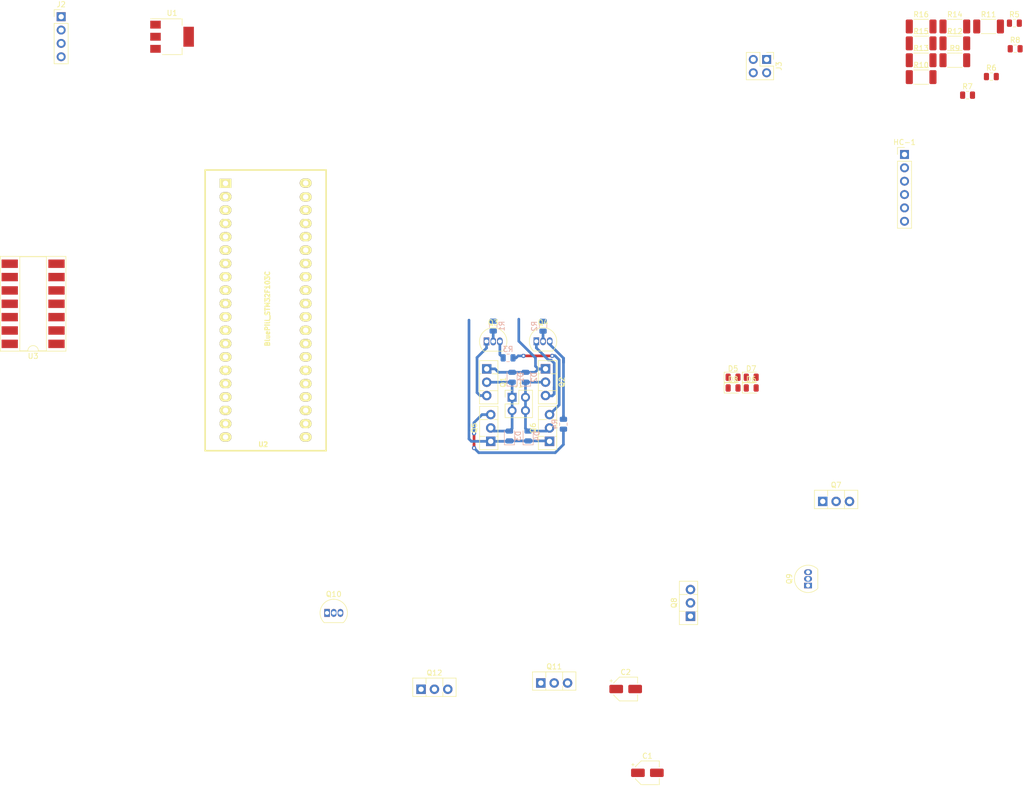
<source format=kicad_pcb>
(kicad_pcb (version 20171130) (host pcbnew "(5.0.2)-1")

  (general
    (thickness 1.6)
    (drawings 0)
    (tracks 92)
    (zones 0)
    (modules 45)
    (nets 68)
  )

  (page A4)
  (layers
    (0 F.Cu signal)
    (31 B.Cu signal)
    (32 B.Adhes user)
    (33 F.Adhes user)
    (34 B.Paste user)
    (35 F.Paste user)
    (36 B.SilkS user)
    (37 F.SilkS user)
    (38 B.Mask user)
    (39 F.Mask user)
    (40 Dwgs.User user)
    (41 Cmts.User user)
    (42 Eco1.User user)
    (43 Eco2.User user)
    (44 Edge.Cuts user)
    (45 Margin user)
    (46 B.CrtYd user)
    (47 F.CrtYd user)
    (48 B.Fab user)
    (49 F.Fab user)
  )

  (setup
    (last_trace_width 0.508)
    (trace_clearance 0.3048)
    (zone_clearance 0.508)
    (zone_45_only no)
    (trace_min 0.2)
    (segment_width 0.2)
    (edge_width 0.15)
    (via_size 0.8)
    (via_drill 0.4)
    (via_min_size 0.4)
    (via_min_drill 0.3)
    (uvia_size 0.3)
    (uvia_drill 0.1)
    (uvias_allowed no)
    (uvia_min_size 0.2)
    (uvia_min_drill 0.1)
    (pcb_text_width 0.3)
    (pcb_text_size 1.5 1.5)
    (mod_edge_width 0.15)
    (mod_text_size 1 1)
    (mod_text_width 0.15)
    (pad_size 1.524 1.524)
    (pad_drill 0.762)
    (pad_to_mask_clearance 0.051)
    (solder_mask_min_width 0.25)
    (aux_axis_origin 0 0)
    (visible_elements FFFFFF7F)
    (pcbplotparams
      (layerselection 0x010fc_ffffffff)
      (usegerberextensions false)
      (usegerberattributes false)
      (usegerberadvancedattributes false)
      (creategerberjobfile false)
      (excludeedgelayer true)
      (linewidth 0.100000)
      (plotframeref false)
      (viasonmask false)
      (mode 1)
      (useauxorigin false)
      (hpglpennumber 1)
      (hpglpenspeed 20)
      (hpglpendiameter 15.000000)
      (psnegative false)
      (psa4output false)
      (plotreference true)
      (plotvalue true)
      (plotinvisibletext false)
      (padsonsilk false)
      (subtractmaskfromsilk false)
      (outputformat 1)
      (mirror false)
      (drillshape 1)
      (scaleselection 1)
      (outputdirectory ""))
  )

  (net 0 "")
  (net 1 GND)
  (net 2 +5V)
  (net 3 TXB)
  (net 4 RXB)
  (net 5 PWM2)
  (net 6 PWM1)
  (net 7 PWM2N)
  (net 8 PWM1N)
  (net 9 ADC1)
  (net 10 ADC0)
  (net 11 "Net-(Q12-Pad3)")
  (net 12 "Net-(Q11-Pad3)")
  (net 13 "Net-(Q2-Pad3)")
  (net 14 "Net-(Q1-Pad3)")
  (net 15 "Net-(Q6-Pad3)")
  (net 16 +BATT)
  (net 17 "Net-(D1-Pad1)")
  (net 18 "Net-(Q4-Pad3)")
  (net 19 "Net-(D5-Pad1)")
  (net 20 "Net-(Q10-Pad3)")
  (net 21 "Net-(R11-Pad1)")
  (net 22 BATMed)
  (net 23 "Net-(U2-Pad40)")
  (net 24 "Net-(U2-Pad37)")
  (net 25 "Net-(U2-Pad36)")
  (net 26 "Net-(U2-Pad33)")
  (net 27 "Net-(U2-Pad32)")
  (net 28 "Net-(U2-Pad31)")
  (net 29 "Net-(U2-Pad30)")
  (net 30 "Net-(U2-Pad29)")
  (net 31 "Net-(U2-Pad28)")
  (net 32 "Net-(U2-Pad27)")
  (net 33 "Net-(U2-Pad24)")
  (net 34 "Net-(U2-Pad23)")
  (net 35 "Net-(U2-Pad22)")
  (net 36 "Net-(U2-Pad21)")
  (net 37 "Net-(U2-Pad18)")
  (net 38 "Net-(U2-Pad17)")
  (net 39 "Net-(U2-Pad16)")
  (net 40 "Net-(U2-Pad15)")
  (net 41 "Net-(U2-Pad14)")
  (net 42 "Net-(U2-Pad11)")
  (net 43 "Net-(U2-Pad10)")
  (net 44 "Net-(U2-Pad9)")
  (net 45 "Net-(U2-Pad8)")
  (net 46 "Net-(U2-Pad7)")
  (net 47 "Net-(U2-Pad4)")
  (net 48 "Net-(U2-Pad3)")
  (net 49 "Net-(U2-Pad2)")
  (net 50 "Net-(U2-Pad1)")
  (net 51 "Net-(Q10-Pad2)")
  (net 52 "Net-(Q10-Pad1)")
  (net 53 "Net-(Q4-Pad2)")
  (net 54 "Net-(Q3-Pad2)")
  (net 55 "Net-(Q3-Pad3)")
  (net 56 "Net-(Q7-Pad3)")
  (net 57 "Net-(Q9-Pad3)")
  (net 58 "Net-(Q9-Pad2)")
  (net 59 "Net-(D6-Pad1)")
  (net 60 "Net-(D2-Pad1)")
  (net 61 "Net-(Q5-Pad3)")
  (net 62 "Net-(R13-Pad1)")
  (net 63 "Net-(R10-Pad2)")
  (net 64 "Net-(R14-Pad1)")
  (net 65 "Net-(HC-1-Pad1)")
  (net 66 "Net-(HC-1-Pad6)")
  (net 67 "Net-(HC-1-Pad4)")

  (net_class Default "Esta é a classe de rede padrão."
    (clearance 0.3048)
    (trace_width 0.508)
    (via_dia 0.8)
    (via_drill 0.4)
    (uvia_dia 0.3)
    (uvia_drill 0.1)
    (add_net +5V)
    (add_net +BATT)
    (add_net ADC0)
    (add_net ADC1)
    (add_net BATMed)
    (add_net GND)
    (add_net "Net-(D1-Pad1)")
    (add_net "Net-(D2-Pad1)")
    (add_net "Net-(D5-Pad1)")
    (add_net "Net-(D6-Pad1)")
    (add_net "Net-(HC-1-Pad1)")
    (add_net "Net-(HC-1-Pad4)")
    (add_net "Net-(HC-1-Pad6)")
    (add_net "Net-(Q1-Pad3)")
    (add_net "Net-(Q10-Pad1)")
    (add_net "Net-(Q10-Pad2)")
    (add_net "Net-(Q10-Pad3)")
    (add_net "Net-(Q11-Pad3)")
    (add_net "Net-(Q12-Pad3)")
    (add_net "Net-(Q2-Pad3)")
    (add_net "Net-(Q3-Pad2)")
    (add_net "Net-(Q3-Pad3)")
    (add_net "Net-(Q4-Pad2)")
    (add_net "Net-(Q4-Pad3)")
    (add_net "Net-(Q5-Pad3)")
    (add_net "Net-(Q6-Pad3)")
    (add_net "Net-(Q7-Pad3)")
    (add_net "Net-(Q9-Pad2)")
    (add_net "Net-(Q9-Pad3)")
    (add_net "Net-(R10-Pad2)")
    (add_net "Net-(R11-Pad1)")
    (add_net "Net-(R13-Pad1)")
    (add_net "Net-(R14-Pad1)")
    (add_net "Net-(U2-Pad1)")
    (add_net "Net-(U2-Pad10)")
    (add_net "Net-(U2-Pad11)")
    (add_net "Net-(U2-Pad14)")
    (add_net "Net-(U2-Pad15)")
    (add_net "Net-(U2-Pad16)")
    (add_net "Net-(U2-Pad17)")
    (add_net "Net-(U2-Pad18)")
    (add_net "Net-(U2-Pad2)")
    (add_net "Net-(U2-Pad21)")
    (add_net "Net-(U2-Pad22)")
    (add_net "Net-(U2-Pad23)")
    (add_net "Net-(U2-Pad24)")
    (add_net "Net-(U2-Pad27)")
    (add_net "Net-(U2-Pad28)")
    (add_net "Net-(U2-Pad29)")
    (add_net "Net-(U2-Pad3)")
    (add_net "Net-(U2-Pad30)")
    (add_net "Net-(U2-Pad31)")
    (add_net "Net-(U2-Pad32)")
    (add_net "Net-(U2-Pad33)")
    (add_net "Net-(U2-Pad36)")
    (add_net "Net-(U2-Pad37)")
    (add_net "Net-(U2-Pad4)")
    (add_net "Net-(U2-Pad40)")
    (add_net "Net-(U2-Pad7)")
    (add_net "Net-(U2-Pad8)")
    (add_net "Net-(U2-Pad9)")
    (add_net PWM1)
    (add_net PWM1N)
    (add_net PWM2)
    (add_net PWM2N)
    (add_net RXB)
    (add_net TXB)
  )

  (module Package_TO_SOT_THT:TO-126-3_Vertical (layer F.Cu) (tedit 5AC8BA0D) (tstamp 5CBBB9A4)
    (at 128.143 102.0318 270)
    (descr "TO-126-3, Vertical, RM 2.54mm, see https://www.diodes.com/assets/Package-Files/TO126.pdf")
    (tags "TO-126-3 Vertical RM 2.54mm")
    (path /5CB96410)
    (fp_text reference Q2 (at 2.54 -3.12 270) (layer F.SilkS)
      (effects (font (size 1 1) (thickness 0.15)))
    )
    (fp_text value BD140 (at 2.54 2.5 270) (layer F.Fab)
      (effects (font (size 1 1) (thickness 0.15)))
    )
    (fp_line (start -1.46 -2) (end -1.46 1.25) (layer F.Fab) (width 0.1))
    (fp_line (start -1.46 1.25) (end 6.54 1.25) (layer F.Fab) (width 0.1))
    (fp_line (start 6.54 1.25) (end 6.54 -2) (layer F.Fab) (width 0.1))
    (fp_line (start 6.54 -2) (end -1.46 -2) (layer F.Fab) (width 0.1))
    (fp_line (start 0.94 -2) (end 0.94 1.25) (layer F.Fab) (width 0.1))
    (fp_line (start 4.14 -2) (end 4.14 1.25) (layer F.Fab) (width 0.1))
    (fp_line (start -1.58 -2.12) (end 6.66 -2.12) (layer F.SilkS) (width 0.12))
    (fp_line (start -1.58 1.37) (end 6.66 1.37) (layer F.SilkS) (width 0.12))
    (fp_line (start -1.58 -2.12) (end -1.58 1.37) (layer F.SilkS) (width 0.12))
    (fp_line (start 6.66 -2.12) (end 6.66 1.37) (layer F.SilkS) (width 0.12))
    (fp_line (start 0.94 -2.12) (end 0.94 -1.05) (layer F.SilkS) (width 0.12))
    (fp_line (start 0.94 1.05) (end 0.94 1.37) (layer F.SilkS) (width 0.12))
    (fp_line (start 4.141 -2.12) (end 4.141 -0.54) (layer F.SilkS) (width 0.12))
    (fp_line (start 4.141 0.54) (end 4.141 1.37) (layer F.SilkS) (width 0.12))
    (fp_line (start -1.71 -2.25) (end -1.71 1.5) (layer F.CrtYd) (width 0.05))
    (fp_line (start -1.71 1.5) (end 6.79 1.5) (layer F.CrtYd) (width 0.05))
    (fp_line (start 6.79 1.5) (end 6.79 -2.25) (layer F.CrtYd) (width 0.05))
    (fp_line (start 6.79 -2.25) (end -1.71 -2.25) (layer F.CrtYd) (width 0.05))
    (fp_text user %R (at 2.54 -3.12 270) (layer F.Fab)
      (effects (font (size 1 1) (thickness 0.15)))
    )
    (pad 1 thru_hole rect (at 0 0 270) (size 1.8 1.8) (drill 1) (layers *.Cu *.Mask)
      (net 16 +BATT))
    (pad 2 thru_hole oval (at 2.54 0 270) (size 1.8 1.8) (drill 1) (layers *.Cu *.Mask)
      (net 60 "Net-(D2-Pad1)"))
    (pad 3 thru_hole oval (at 5.08 0 270) (size 1.8 1.8) (drill 1) (layers *.Cu *.Mask)
      (net 13 "Net-(Q2-Pad3)"))
    (model ${KISYS3DMOD}/Package_TO_SOT_THT.3dshapes/TO-126-3_Vertical.wrl
      (at (xyz 0 0 0))
      (scale (xyz 1 1 1))
      (rotate (xyz 0 0 0))
    )
  )

  (module Resistor_SMD:R_0805_2012Metric (layer B.Cu) (tedit 5B36C52B) (tstamp 5CBBD06E)
    (at 131.5466 112.5728 270)
    (descr "Resistor SMD 0805 (2012 Metric), square (rectangular) end terminal, IPC_7351 nominal, (Body size source: https://docs.google.com/spreadsheets/d/1BsfQQcO9C6DZCsRaXUlFlo91Tg2WpOkGARC1WS5S8t0/edit?usp=sharing), generated with kicad-footprint-generator")
    (tags resistor)
    (path /5CB99749)
    (attr smd)
    (fp_text reference R4 (at 0 1.65 270) (layer B.SilkS)
      (effects (font (size 1 1) (thickness 0.15)) (justify mirror))
    )
    (fp_text value 150 (at 0 -1.65 270) (layer B.Fab)
      (effects (font (size 1 1) (thickness 0.15)) (justify mirror))
    )
    (fp_line (start -1 -0.6) (end -1 0.6) (layer B.Fab) (width 0.1))
    (fp_line (start -1 0.6) (end 1 0.6) (layer B.Fab) (width 0.1))
    (fp_line (start 1 0.6) (end 1 -0.6) (layer B.Fab) (width 0.1))
    (fp_line (start 1 -0.6) (end -1 -0.6) (layer B.Fab) (width 0.1))
    (fp_line (start -0.258578 0.71) (end 0.258578 0.71) (layer B.SilkS) (width 0.12))
    (fp_line (start -0.258578 -0.71) (end 0.258578 -0.71) (layer B.SilkS) (width 0.12))
    (fp_line (start -1.68 -0.95) (end -1.68 0.95) (layer B.CrtYd) (width 0.05))
    (fp_line (start -1.68 0.95) (end 1.68 0.95) (layer B.CrtYd) (width 0.05))
    (fp_line (start 1.68 0.95) (end 1.68 -0.95) (layer B.CrtYd) (width 0.05))
    (fp_line (start 1.68 -0.95) (end -1.68 -0.95) (layer B.CrtYd) (width 0.05))
    (fp_text user %R (at 0 0 270) (layer B.Fab)
      (effects (font (size 0.5 0.5) (thickness 0.08)) (justify mirror))
    )
    (pad 1 smd roundrect (at -0.9375 0 270) (size 0.975 1.4) (layers B.Cu B.Paste B.Mask) (roundrect_rratio 0.25)
      (net 18 "Net-(Q4-Pad3)"))
    (pad 2 smd roundrect (at 0.9375 0 270) (size 0.975 1.4) (layers B.Cu B.Paste B.Mask) (roundrect_rratio 0.25)
      (net 61 "Net-(Q5-Pad3)"))
    (model ${KISYS3DMOD}/Resistor_SMD.3dshapes/R_0805_2012Metric.wrl
      (at (xyz 0 0 0))
      (scale (xyz 1 1 1))
      (rotate (xyz 0 0 0))
    )
  )

  (module Package_DIP:DIP-14_W8.89mm_SMDSocket_LongPads (layer F.Cu) (tedit 5A02E8C5) (tstamp 5CBC3188)
    (at 30.734 89.662 180)
    (descr "14-lead though-hole mounted DIP package, row spacing 8.89 mm (350 mils), SMDSocket, LongPads")
    (tags "THT DIP DIL PDIP 2.54mm 8.89mm 350mil SMDSocket LongPads")
    (path /5CBB5DEC)
    (attr smd)
    (fp_text reference U3 (at 0 -9.95 180) (layer F.SilkS)
      (effects (font (size 1 1) (thickness 0.15)))
    )
    (fp_text value LM324 (at 0 9.95 180) (layer F.Fab)
      (effects (font (size 1 1) (thickness 0.15)))
    )
    (fp_arc (start 0 -8.95) (end -1 -8.95) (angle -180) (layer F.SilkS) (width 0.12))
    (fp_line (start -2.175 -8.89) (end 3.175 -8.89) (layer F.Fab) (width 0.1))
    (fp_line (start 3.175 -8.89) (end 3.175 8.89) (layer F.Fab) (width 0.1))
    (fp_line (start 3.175 8.89) (end -3.175 8.89) (layer F.Fab) (width 0.1))
    (fp_line (start -3.175 8.89) (end -3.175 -7.89) (layer F.Fab) (width 0.1))
    (fp_line (start -3.175 -7.89) (end -2.175 -8.89) (layer F.Fab) (width 0.1))
    (fp_line (start -5.08 -8.95) (end -5.08 8.95) (layer F.Fab) (width 0.1))
    (fp_line (start -5.08 8.95) (end 5.08 8.95) (layer F.Fab) (width 0.1))
    (fp_line (start 5.08 8.95) (end 5.08 -8.95) (layer F.Fab) (width 0.1))
    (fp_line (start 5.08 -8.95) (end -5.08 -8.95) (layer F.Fab) (width 0.1))
    (fp_line (start -1 -8.95) (end -2.535 -8.95) (layer F.SilkS) (width 0.12))
    (fp_line (start -2.535 -8.95) (end -2.535 8.95) (layer F.SilkS) (width 0.12))
    (fp_line (start -2.535 8.95) (end 2.535 8.95) (layer F.SilkS) (width 0.12))
    (fp_line (start 2.535 8.95) (end 2.535 -8.95) (layer F.SilkS) (width 0.12))
    (fp_line (start 2.535 -8.95) (end 1 -8.95) (layer F.SilkS) (width 0.12))
    (fp_line (start -6.235 -9.01) (end -6.235 9.01) (layer F.SilkS) (width 0.12))
    (fp_line (start -6.235 9.01) (end 6.235 9.01) (layer F.SilkS) (width 0.12))
    (fp_line (start 6.235 9.01) (end 6.235 -9.01) (layer F.SilkS) (width 0.12))
    (fp_line (start 6.235 -9.01) (end -6.235 -9.01) (layer F.SilkS) (width 0.12))
    (fp_line (start -6.25 -9.2) (end -6.25 9.2) (layer F.CrtYd) (width 0.05))
    (fp_line (start -6.25 9.2) (end 6.25 9.2) (layer F.CrtYd) (width 0.05))
    (fp_line (start 6.25 9.2) (end 6.25 -9.2) (layer F.CrtYd) (width 0.05))
    (fp_line (start 6.25 -9.2) (end -6.25 -9.2) (layer F.CrtYd) (width 0.05))
    (fp_text user %R (at 0 0 180) (layer F.Fab)
      (effects (font (size 1 1) (thickness 0.15)))
    )
    (pad 1 smd rect (at -4.445 -7.62 180) (size 3.1 1.6) (layers F.Cu F.Paste F.Mask)
      (net 10 ADC0))
    (pad 8 smd rect (at 4.445 7.62 180) (size 3.1 1.6) (layers F.Cu F.Paste F.Mask))
    (pad 2 smd rect (at -4.445 -5.08 180) (size 3.1 1.6) (layers F.Cu F.Paste F.Mask)
      (net 63 "Net-(R10-Pad2)"))
    (pad 9 smd rect (at 4.445 5.08 180) (size 3.1 1.6) (layers F.Cu F.Paste F.Mask))
    (pad 3 smd rect (at -4.445 -2.54 180) (size 3.1 1.6) (layers F.Cu F.Paste F.Mask)
      (net 64 "Net-(R14-Pad1)"))
    (pad 10 smd rect (at 4.445 2.54 180) (size 3.1 1.6) (layers F.Cu F.Paste F.Mask))
    (pad 4 smd rect (at -4.445 0 180) (size 3.1 1.6) (layers F.Cu F.Paste F.Mask)
      (net 2 +5V))
    (pad 11 smd rect (at 4.445 0 180) (size 3.1 1.6) (layers F.Cu F.Paste F.Mask)
      (net 1 GND))
    (pad 5 smd rect (at -4.445 2.54 180) (size 3.1 1.6) (layers F.Cu F.Paste F.Mask)
      (net 62 "Net-(R13-Pad1)"))
    (pad 12 smd rect (at 4.445 -2.54 180) (size 3.1 1.6) (layers F.Cu F.Paste F.Mask))
    (pad 6 smd rect (at -4.445 5.08 180) (size 3.1 1.6) (layers F.Cu F.Paste F.Mask)
      (net 21 "Net-(R11-Pad1)"))
    (pad 13 smd rect (at 4.445 -5.08 180) (size 3.1 1.6) (layers F.Cu F.Paste F.Mask))
    (pad 7 smd rect (at -4.445 7.62 180) (size 3.1 1.6) (layers F.Cu F.Paste F.Mask)
      (net 9 ADC1))
    (pad 14 smd rect (at 4.445 -7.62 180) (size 3.1 1.6) (layers F.Cu F.Paste F.Mask))
    (model ${KISYS3DMOD}/Package_DIP.3dshapes/DIP-14_W8.89mm_SMDSocket.wrl
      (at (xyz 0 0 0))
      (scale (xyz 1 1 1))
      (rotate (xyz 0 0 0))
    )
  )

  (module Diode_SMD:D_0805_2012Metric (layer F.Cu) (tedit 5B36C52B) (tstamp 5CBBF142)
    (at 167.247001 105.676001)
    (descr "Diode SMD 0805 (2012 Metric), square (rectangular) end terminal, IPC_7351 nominal, (Body size source: https://docs.google.com/spreadsheets/d/1BsfQQcO9C6DZCsRaXUlFlo91Tg2WpOkGARC1WS5S8t0/edit?usp=sharing), generated with kicad-footprint-generator")
    (tags diode)
    (path /5CBAC25B)
    (attr smd)
    (fp_text reference D6 (at 0 -1.65) (layer F.SilkS)
      (effects (font (size 1 1) (thickness 0.15)))
    )
    (fp_text value DIODE (at 0 1.65) (layer F.Fab)
      (effects (font (size 1 1) (thickness 0.15)))
    )
    (fp_text user %R (at 0 0) (layer F.Fab)
      (effects (font (size 0.5 0.5) (thickness 0.08)))
    )
    (fp_line (start 1.68 0.95) (end -1.68 0.95) (layer F.CrtYd) (width 0.05))
    (fp_line (start 1.68 -0.95) (end 1.68 0.95) (layer F.CrtYd) (width 0.05))
    (fp_line (start -1.68 -0.95) (end 1.68 -0.95) (layer F.CrtYd) (width 0.05))
    (fp_line (start -1.68 0.95) (end -1.68 -0.95) (layer F.CrtYd) (width 0.05))
    (fp_line (start -1.685 0.96) (end 1 0.96) (layer F.SilkS) (width 0.12))
    (fp_line (start -1.685 -0.96) (end -1.685 0.96) (layer F.SilkS) (width 0.12))
    (fp_line (start 1 -0.96) (end -1.685 -0.96) (layer F.SilkS) (width 0.12))
    (fp_line (start 1 0.6) (end 1 -0.6) (layer F.Fab) (width 0.1))
    (fp_line (start -1 0.6) (end 1 0.6) (layer F.Fab) (width 0.1))
    (fp_line (start -1 -0.3) (end -1 0.6) (layer F.Fab) (width 0.1))
    (fp_line (start -0.7 -0.6) (end -1 -0.3) (layer F.Fab) (width 0.1))
    (fp_line (start 1 -0.6) (end -0.7 -0.6) (layer F.Fab) (width 0.1))
    (pad 2 smd roundrect (at 0.9375 0) (size 0.975 1.4) (layers F.Cu F.Paste F.Mask) (roundrect_rratio 0.25)
      (net 16 +BATT))
    (pad 1 smd roundrect (at -0.9375 0) (size 0.975 1.4) (layers F.Cu F.Paste F.Mask) (roundrect_rratio 0.25)
      (net 59 "Net-(D6-Pad1)"))
    (model ${KISYS3DMOD}/Diode_SMD.3dshapes/D_0805_2012Metric.wrl
      (at (xyz 0 0 0))
      (scale (xyz 1 1 1))
      (rotate (xyz 0 0 0))
    )
  )

  (module Diode_SMD:D_0805_2012Metric (layer F.Cu) (tedit 5B36C52B) (tstamp 5CBBF12F)
    (at 167.247001 103.636001)
    (descr "Diode SMD 0805 (2012 Metric), square (rectangular) end terminal, IPC_7351 nominal, (Body size source: https://docs.google.com/spreadsheets/d/1BsfQQcO9C6DZCsRaXUlFlo91Tg2WpOkGARC1WS5S8t0/edit?usp=sharing), generated with kicad-footprint-generator")
    (tags diode)
    (path /5CBAC269)
    (attr smd)
    (fp_text reference D7 (at 0 -1.65) (layer F.SilkS)
      (effects (font (size 1 1) (thickness 0.15)))
    )
    (fp_text value DIODE (at 0 1.65) (layer F.Fab)
      (effects (font (size 1 1) (thickness 0.15)))
    )
    (fp_line (start 1 -0.6) (end -0.7 -0.6) (layer F.Fab) (width 0.1))
    (fp_line (start -0.7 -0.6) (end -1 -0.3) (layer F.Fab) (width 0.1))
    (fp_line (start -1 -0.3) (end -1 0.6) (layer F.Fab) (width 0.1))
    (fp_line (start -1 0.6) (end 1 0.6) (layer F.Fab) (width 0.1))
    (fp_line (start 1 0.6) (end 1 -0.6) (layer F.Fab) (width 0.1))
    (fp_line (start 1 -0.96) (end -1.685 -0.96) (layer F.SilkS) (width 0.12))
    (fp_line (start -1.685 -0.96) (end -1.685 0.96) (layer F.SilkS) (width 0.12))
    (fp_line (start -1.685 0.96) (end 1 0.96) (layer F.SilkS) (width 0.12))
    (fp_line (start -1.68 0.95) (end -1.68 -0.95) (layer F.CrtYd) (width 0.05))
    (fp_line (start -1.68 -0.95) (end 1.68 -0.95) (layer F.CrtYd) (width 0.05))
    (fp_line (start 1.68 -0.95) (end 1.68 0.95) (layer F.CrtYd) (width 0.05))
    (fp_line (start 1.68 0.95) (end -1.68 0.95) (layer F.CrtYd) (width 0.05))
    (fp_text user %R (at 0 0) (layer F.Fab)
      (effects (font (size 0.5 0.5) (thickness 0.08)))
    )
    (pad 1 smd roundrect (at -0.9375 0) (size 0.975 1.4) (layers F.Cu F.Paste F.Mask) (roundrect_rratio 0.25)
      (net 1 GND))
    (pad 2 smd roundrect (at 0.9375 0) (size 0.975 1.4) (layers F.Cu F.Paste F.Mask) (roundrect_rratio 0.25)
      (net 19 "Net-(D5-Pad1)"))
    (model ${KISYS3DMOD}/Diode_SMD.3dshapes/D_0805_2012Metric.wrl
      (at (xyz 0 0 0))
      (scale (xyz 1 1 1))
      (rotate (xyz 0 0 0))
    )
  )

  (module Diode_SMD:D_0805_2012Metric (layer F.Cu) (tedit 5B36C52B) (tstamp 5CBBF11C)
    (at 163.797001 105.676001)
    (descr "Diode SMD 0805 (2012 Metric), square (rectangular) end terminal, IPC_7351 nominal, (Body size source: https://docs.google.com/spreadsheets/d/1BsfQQcO9C6DZCsRaXUlFlo91Tg2WpOkGARC1WS5S8t0/edit?usp=sharing), generated with kicad-footprint-generator")
    (tags diode)
    (path /5CBAC262)
    (attr smd)
    (fp_text reference D8 (at 0 -1.65) (layer F.SilkS)
      (effects (font (size 1 1) (thickness 0.15)))
    )
    (fp_text value DIODE (at 0 1.65) (layer F.Fab)
      (effects (font (size 1 1) (thickness 0.15)))
    )
    (fp_text user %R (at 0 0) (layer F.Fab)
      (effects (font (size 0.5 0.5) (thickness 0.08)))
    )
    (fp_line (start 1.68 0.95) (end -1.68 0.95) (layer F.CrtYd) (width 0.05))
    (fp_line (start 1.68 -0.95) (end 1.68 0.95) (layer F.CrtYd) (width 0.05))
    (fp_line (start -1.68 -0.95) (end 1.68 -0.95) (layer F.CrtYd) (width 0.05))
    (fp_line (start -1.68 0.95) (end -1.68 -0.95) (layer F.CrtYd) (width 0.05))
    (fp_line (start -1.685 0.96) (end 1 0.96) (layer F.SilkS) (width 0.12))
    (fp_line (start -1.685 -0.96) (end -1.685 0.96) (layer F.SilkS) (width 0.12))
    (fp_line (start 1 -0.96) (end -1.685 -0.96) (layer F.SilkS) (width 0.12))
    (fp_line (start 1 0.6) (end 1 -0.6) (layer F.Fab) (width 0.1))
    (fp_line (start -1 0.6) (end 1 0.6) (layer F.Fab) (width 0.1))
    (fp_line (start -1 -0.3) (end -1 0.6) (layer F.Fab) (width 0.1))
    (fp_line (start -0.7 -0.6) (end -1 -0.3) (layer F.Fab) (width 0.1))
    (fp_line (start 1 -0.6) (end -0.7 -0.6) (layer F.Fab) (width 0.1))
    (pad 2 smd roundrect (at 0.9375 0) (size 0.975 1.4) (layers F.Cu F.Paste F.Mask) (roundrect_rratio 0.25)
      (net 59 "Net-(D6-Pad1)"))
    (pad 1 smd roundrect (at -0.9375 0) (size 0.975 1.4) (layers F.Cu F.Paste F.Mask) (roundrect_rratio 0.25)
      (net 1 GND))
    (model ${KISYS3DMOD}/Diode_SMD.3dshapes/D_0805_2012Metric.wrl
      (at (xyz 0 0 0))
      (scale (xyz 1 1 1))
      (rotate (xyz 0 0 0))
    )
  )

  (module Diode_SMD:D_0805_2012Metric (layer F.Cu) (tedit 5B36C52B) (tstamp 5CBBF109)
    (at 163.797001 103.636001)
    (descr "Diode SMD 0805 (2012 Metric), square (rectangular) end terminal, IPC_7351 nominal, (Body size source: https://docs.google.com/spreadsheets/d/1BsfQQcO9C6DZCsRaXUlFlo91Tg2WpOkGARC1WS5S8t0/edit?usp=sharing), generated with kicad-footprint-generator")
    (tags diode)
    (path /5CBAC254)
    (attr smd)
    (fp_text reference D5 (at 0 -1.65) (layer F.SilkS)
      (effects (font (size 1 1) (thickness 0.15)))
    )
    (fp_text value DIODE (at 0 1.65) (layer F.Fab)
      (effects (font (size 1 1) (thickness 0.15)))
    )
    (fp_line (start 1 -0.6) (end -0.7 -0.6) (layer F.Fab) (width 0.1))
    (fp_line (start -0.7 -0.6) (end -1 -0.3) (layer F.Fab) (width 0.1))
    (fp_line (start -1 -0.3) (end -1 0.6) (layer F.Fab) (width 0.1))
    (fp_line (start -1 0.6) (end 1 0.6) (layer F.Fab) (width 0.1))
    (fp_line (start 1 0.6) (end 1 -0.6) (layer F.Fab) (width 0.1))
    (fp_line (start 1 -0.96) (end -1.685 -0.96) (layer F.SilkS) (width 0.12))
    (fp_line (start -1.685 -0.96) (end -1.685 0.96) (layer F.SilkS) (width 0.12))
    (fp_line (start -1.685 0.96) (end 1 0.96) (layer F.SilkS) (width 0.12))
    (fp_line (start -1.68 0.95) (end -1.68 -0.95) (layer F.CrtYd) (width 0.05))
    (fp_line (start -1.68 -0.95) (end 1.68 -0.95) (layer F.CrtYd) (width 0.05))
    (fp_line (start 1.68 -0.95) (end 1.68 0.95) (layer F.CrtYd) (width 0.05))
    (fp_line (start 1.68 0.95) (end -1.68 0.95) (layer F.CrtYd) (width 0.05))
    (fp_text user %R (at 0 0) (layer F.Fab)
      (effects (font (size 0.5 0.5) (thickness 0.08)))
    )
    (pad 1 smd roundrect (at -0.9375 0) (size 0.975 1.4) (layers F.Cu F.Paste F.Mask) (roundrect_rratio 0.25)
      (net 19 "Net-(D5-Pad1)"))
    (pad 2 smd roundrect (at 0.9375 0) (size 0.975 1.4) (layers F.Cu F.Paste F.Mask) (roundrect_rratio 0.25)
      (net 16 +BATT))
    (model ${KISYS3DMOD}/Diode_SMD.3dshapes/D_0805_2012Metric.wrl
      (at (xyz 0 0 0))
      (scale (xyz 1 1 1))
      (rotate (xyz 0 0 0))
    )
  )

  (module Resistor_SMD:R_0805_2012Metric (layer B.Cu) (tedit 5B36C52B) (tstamp 5CBBD0C3)
    (at 127.6731 93.9292 270)
    (descr "Resistor SMD 0805 (2012 Metric), square (rectangular) end terminal, IPC_7351 nominal, (Body size source: https://docs.google.com/spreadsheets/d/1BsfQQcO9C6DZCsRaXUlFlo91Tg2WpOkGARC1WS5S8t0/edit?usp=sharing), generated with kicad-footprint-generator")
    (tags resistor)
    (path /5CB9BC91)
    (attr smd)
    (fp_text reference R2 (at 0 1.65 270) (layer B.SilkS)
      (effects (font (size 1 1) (thickness 0.15)) (justify mirror))
    )
    (fp_text value 470 (at 0 -1.65 270) (layer B.Fab)
      (effects (font (size 1 1) (thickness 0.15)) (justify mirror))
    )
    (fp_text user %R (at 0 0 270) (layer B.Fab)
      (effects (font (size 0.5 0.5) (thickness 0.08)) (justify mirror))
    )
    (fp_line (start 1.68 -0.95) (end -1.68 -0.95) (layer B.CrtYd) (width 0.05))
    (fp_line (start 1.68 0.95) (end 1.68 -0.95) (layer B.CrtYd) (width 0.05))
    (fp_line (start -1.68 0.95) (end 1.68 0.95) (layer B.CrtYd) (width 0.05))
    (fp_line (start -1.68 -0.95) (end -1.68 0.95) (layer B.CrtYd) (width 0.05))
    (fp_line (start -0.258578 -0.71) (end 0.258578 -0.71) (layer B.SilkS) (width 0.12))
    (fp_line (start -0.258578 0.71) (end 0.258578 0.71) (layer B.SilkS) (width 0.12))
    (fp_line (start 1 -0.6) (end -1 -0.6) (layer B.Fab) (width 0.1))
    (fp_line (start 1 0.6) (end 1 -0.6) (layer B.Fab) (width 0.1))
    (fp_line (start -1 0.6) (end 1 0.6) (layer B.Fab) (width 0.1))
    (fp_line (start -1 -0.6) (end -1 0.6) (layer B.Fab) (width 0.1))
    (pad 2 smd roundrect (at 0.9375 0 270) (size 0.975 1.4) (layers B.Cu B.Paste B.Mask) (roundrect_rratio 0.25)
      (net 53 "Net-(Q4-Pad2)"))
    (pad 1 smd roundrect (at -0.9375 0 270) (size 0.975 1.4) (layers B.Cu B.Paste B.Mask) (roundrect_rratio 0.25)
      (net 8 PWM1N))
    (model ${KISYS3DMOD}/Resistor_SMD.3dshapes/R_0805_2012Metric.wrl
      (at (xyz 0 0 0))
      (scale (xyz 1 1 1))
      (rotate (xyz 0 0 0))
    )
  )

  (module Resistor_SMD:R_0805_2012Metric (layer F.Cu) (tedit 5B36C52B) (tstamp 5CBBD0B2)
    (at 212.899001 46.439001)
    (descr "Resistor SMD 0805 (2012 Metric), square (rectangular) end terminal, IPC_7351 nominal, (Body size source: https://docs.google.com/spreadsheets/d/1BsfQQcO9C6DZCsRaXUlFlo91Tg2WpOkGARC1WS5S8t0/edit?usp=sharing), generated with kicad-footprint-generator")
    (tags resistor)
    (path /5CBAC2B8)
    (attr smd)
    (fp_text reference R6 (at 0 -1.65) (layer F.SilkS)
      (effects (font (size 1 1) (thickness 0.15)))
    )
    (fp_text value 470 (at 0 1.65) (layer F.Fab)
      (effects (font (size 1 1) (thickness 0.15)))
    )
    (fp_line (start -1 0.6) (end -1 -0.6) (layer F.Fab) (width 0.1))
    (fp_line (start -1 -0.6) (end 1 -0.6) (layer F.Fab) (width 0.1))
    (fp_line (start 1 -0.6) (end 1 0.6) (layer F.Fab) (width 0.1))
    (fp_line (start 1 0.6) (end -1 0.6) (layer F.Fab) (width 0.1))
    (fp_line (start -0.258578 -0.71) (end 0.258578 -0.71) (layer F.SilkS) (width 0.12))
    (fp_line (start -0.258578 0.71) (end 0.258578 0.71) (layer F.SilkS) (width 0.12))
    (fp_line (start -1.68 0.95) (end -1.68 -0.95) (layer F.CrtYd) (width 0.05))
    (fp_line (start -1.68 -0.95) (end 1.68 -0.95) (layer F.CrtYd) (width 0.05))
    (fp_line (start 1.68 -0.95) (end 1.68 0.95) (layer F.CrtYd) (width 0.05))
    (fp_line (start 1.68 0.95) (end -1.68 0.95) (layer F.CrtYd) (width 0.05))
    (fp_text user %R (at 0 0) (layer F.Fab)
      (effects (font (size 0.5 0.5) (thickness 0.08)))
    )
    (pad 1 smd roundrect (at -0.9375 0) (size 0.975 1.4) (layers F.Cu F.Paste F.Mask) (roundrect_rratio 0.25)
      (net 7 PWM2N))
    (pad 2 smd roundrect (at 0.9375 0) (size 0.975 1.4) (layers F.Cu F.Paste F.Mask) (roundrect_rratio 0.25)
      (net 51 "Net-(Q10-Pad2)"))
    (model ${KISYS3DMOD}/Resistor_SMD.3dshapes/R_0805_2012Metric.wrl
      (at (xyz 0 0 0))
      (scale (xyz 1 1 1))
      (rotate (xyz 0 0 0))
    )
  )

  (module Resistor_SMD:R_0805_2012Metric (layer F.Cu) (tedit 5B36C52B) (tstamp 5CBBD0A1)
    (at 208.375001 49.975001)
    (descr "Resistor SMD 0805 (2012 Metric), square (rectangular) end terminal, IPC_7351 nominal, (Body size source: https://docs.google.com/spreadsheets/d/1BsfQQcO9C6DZCsRaXUlFlo91Tg2WpOkGARC1WS5S8t0/edit?usp=sharing), generated with kicad-footprint-generator")
    (tags resistor)
    (path /5CBAC29B)
    (attr smd)
    (fp_text reference R7 (at 0 -1.65) (layer F.SilkS)
      (effects (font (size 1 1) (thickness 0.15)))
    )
    (fp_text value 150 (at 0 1.65) (layer F.Fab)
      (effects (font (size 1 1) (thickness 0.15)))
    )
    (fp_text user %R (at 0 0) (layer F.Fab)
      (effects (font (size 0.5 0.5) (thickness 0.08)))
    )
    (fp_line (start 1.68 0.95) (end -1.68 0.95) (layer F.CrtYd) (width 0.05))
    (fp_line (start 1.68 -0.95) (end 1.68 0.95) (layer F.CrtYd) (width 0.05))
    (fp_line (start -1.68 -0.95) (end 1.68 -0.95) (layer F.CrtYd) (width 0.05))
    (fp_line (start -1.68 0.95) (end -1.68 -0.95) (layer F.CrtYd) (width 0.05))
    (fp_line (start -0.258578 0.71) (end 0.258578 0.71) (layer F.SilkS) (width 0.12))
    (fp_line (start -0.258578 -0.71) (end 0.258578 -0.71) (layer F.SilkS) (width 0.12))
    (fp_line (start 1 0.6) (end -1 0.6) (layer F.Fab) (width 0.1))
    (fp_line (start 1 -0.6) (end 1 0.6) (layer F.Fab) (width 0.1))
    (fp_line (start -1 -0.6) (end 1 -0.6) (layer F.Fab) (width 0.1))
    (fp_line (start -1 0.6) (end -1 -0.6) (layer F.Fab) (width 0.1))
    (pad 2 smd roundrect (at 0.9375 0) (size 0.975 1.4) (layers F.Cu F.Paste F.Mask) (roundrect_rratio 0.25)
      (net 57 "Net-(Q9-Pad3)"))
    (pad 1 smd roundrect (at -0.9375 0) (size 0.975 1.4) (layers F.Cu F.Paste F.Mask) (roundrect_rratio 0.25)
      (net 11 "Net-(Q12-Pad3)"))
    (model ${KISYS3DMOD}/Resistor_SMD.3dshapes/R_0805_2012Metric.wrl
      (at (xyz 0 0 0))
      (scale (xyz 1 1 1))
      (rotate (xyz 0 0 0))
    )
  )

  (module Resistor_SMD:R_0805_2012Metric (layer B.Cu) (tedit 5B36C52B) (tstamp 5CBBD090)
    (at 118.1989 93.9038 90)
    (descr "Resistor SMD 0805 (2012 Metric), square (rectangular) end terminal, IPC_7351 nominal, (Body size source: https://docs.google.com/spreadsheets/d/1BsfQQcO9C6DZCsRaXUlFlo91Tg2WpOkGARC1WS5S8t0/edit?usp=sharing), generated with kicad-footprint-generator")
    (tags resistor)
    (path /5CB9BB5E)
    (attr smd)
    (fp_text reference R1 (at 0 1.65 90) (layer B.SilkS)
      (effects (font (size 1 1) (thickness 0.15)) (justify mirror))
    )
    (fp_text value 470 (at 0 -1.65 90) (layer B.Fab)
      (effects (font (size 1 1) (thickness 0.15)) (justify mirror))
    )
    (fp_line (start -1 -0.6) (end -1 0.6) (layer B.Fab) (width 0.1))
    (fp_line (start -1 0.6) (end 1 0.6) (layer B.Fab) (width 0.1))
    (fp_line (start 1 0.6) (end 1 -0.6) (layer B.Fab) (width 0.1))
    (fp_line (start 1 -0.6) (end -1 -0.6) (layer B.Fab) (width 0.1))
    (fp_line (start -0.258578 0.71) (end 0.258578 0.71) (layer B.SilkS) (width 0.12))
    (fp_line (start -0.258578 -0.71) (end 0.258578 -0.71) (layer B.SilkS) (width 0.12))
    (fp_line (start -1.68 -0.95) (end -1.68 0.95) (layer B.CrtYd) (width 0.05))
    (fp_line (start -1.68 0.95) (end 1.68 0.95) (layer B.CrtYd) (width 0.05))
    (fp_line (start 1.68 0.95) (end 1.68 -0.95) (layer B.CrtYd) (width 0.05))
    (fp_line (start 1.68 -0.95) (end -1.68 -0.95) (layer B.CrtYd) (width 0.05))
    (fp_text user %R (at 0 0 90) (layer B.Fab)
      (effects (font (size 0.5 0.5) (thickness 0.08)) (justify mirror))
    )
    (pad 1 smd roundrect (at -0.9375 0 90) (size 0.975 1.4) (layers B.Cu B.Paste B.Mask) (roundrect_rratio 0.25)
      (net 54 "Net-(Q3-Pad2)"))
    (pad 2 smd roundrect (at 0.9375 0 90) (size 0.975 1.4) (layers B.Cu B.Paste B.Mask) (roundrect_rratio 0.25)
      (net 6 PWM1))
    (model ${KISYS3DMOD}/Resistor_SMD.3dshapes/R_0805_2012Metric.wrl
      (at (xyz 0 0 0))
      (scale (xyz 1 1 1))
      (rotate (xyz 0 0 0))
    )
  )

  (module Resistor_SMD:R_0805_2012Metric (layer B.Cu) (tedit 5B36C52B) (tstamp 5CBBD07F)
    (at 121.031 99.949 180)
    (descr "Resistor SMD 0805 (2012 Metric), square (rectangular) end terminal, IPC_7351 nominal, (Body size source: https://docs.google.com/spreadsheets/d/1BsfQQcO9C6DZCsRaXUlFlo91Tg2WpOkGARC1WS5S8t0/edit?usp=sharing), generated with kicad-footprint-generator")
    (tags resistor)
    (path /5CB9966B)
    (attr smd)
    (fp_text reference R3 (at 0 1.65 180) (layer B.SilkS)
      (effects (font (size 1 1) (thickness 0.15)) (justify mirror))
    )
    (fp_text value 150 (at 0 -1.65 180) (layer B.Fab)
      (effects (font (size 1 1) (thickness 0.15)) (justify mirror))
    )
    (fp_text user %R (at 0 0 180) (layer B.Fab)
      (effects (font (size 0.5 0.5) (thickness 0.08)) (justify mirror))
    )
    (fp_line (start 1.68 -0.95) (end -1.68 -0.95) (layer B.CrtYd) (width 0.05))
    (fp_line (start 1.68 0.95) (end 1.68 -0.95) (layer B.CrtYd) (width 0.05))
    (fp_line (start -1.68 0.95) (end 1.68 0.95) (layer B.CrtYd) (width 0.05))
    (fp_line (start -1.68 -0.95) (end -1.68 0.95) (layer B.CrtYd) (width 0.05))
    (fp_line (start -0.258578 -0.71) (end 0.258578 -0.71) (layer B.SilkS) (width 0.12))
    (fp_line (start -0.258578 0.71) (end 0.258578 0.71) (layer B.SilkS) (width 0.12))
    (fp_line (start 1 -0.6) (end -1 -0.6) (layer B.Fab) (width 0.1))
    (fp_line (start 1 0.6) (end 1 -0.6) (layer B.Fab) (width 0.1))
    (fp_line (start -1 0.6) (end 1 0.6) (layer B.Fab) (width 0.1))
    (fp_line (start -1 -0.6) (end -1 0.6) (layer B.Fab) (width 0.1))
    (pad 2 smd roundrect (at 0.9375 0 180) (size 0.975 1.4) (layers B.Cu B.Paste B.Mask) (roundrect_rratio 0.25)
      (net 55 "Net-(Q3-Pad3)"))
    (pad 1 smd roundrect (at -0.9375 0 180) (size 0.975 1.4) (layers B.Cu B.Paste B.Mask) (roundrect_rratio 0.25)
      (net 15 "Net-(Q6-Pad3)"))
    (model ${KISYS3DMOD}/Resistor_SMD.3dshapes/R_0805_2012Metric.wrl
      (at (xyz 0 0 0))
      (scale (xyz 1 1 1))
      (rotate (xyz 0 0 0))
    )
  )

  (module Resistor_SMD:R_0805_2012Metric (layer F.Cu) (tedit 5B36C52B) (tstamp 5CBBD05D)
    (at 217.277001 36.281001)
    (descr "Resistor SMD 0805 (2012 Metric), square (rectangular) end terminal, IPC_7351 nominal, (Body size source: https://docs.google.com/spreadsheets/d/1BsfQQcO9C6DZCsRaXUlFlo91Tg2WpOkGARC1WS5S8t0/edit?usp=sharing), generated with kicad-footprint-generator")
    (tags resistor)
    (path /5CBAC2B1)
    (attr smd)
    (fp_text reference R5 (at 0 -1.65) (layer F.SilkS)
      (effects (font (size 1 1) (thickness 0.15)))
    )
    (fp_text value 470 (at 0 1.65) (layer F.Fab)
      (effects (font (size 1 1) (thickness 0.15)))
    )
    (fp_text user %R (at 0 0) (layer F.Fab)
      (effects (font (size 0.5 0.5) (thickness 0.08)))
    )
    (fp_line (start 1.68 0.95) (end -1.68 0.95) (layer F.CrtYd) (width 0.05))
    (fp_line (start 1.68 -0.95) (end 1.68 0.95) (layer F.CrtYd) (width 0.05))
    (fp_line (start -1.68 -0.95) (end 1.68 -0.95) (layer F.CrtYd) (width 0.05))
    (fp_line (start -1.68 0.95) (end -1.68 -0.95) (layer F.CrtYd) (width 0.05))
    (fp_line (start -0.258578 0.71) (end 0.258578 0.71) (layer F.SilkS) (width 0.12))
    (fp_line (start -0.258578 -0.71) (end 0.258578 -0.71) (layer F.SilkS) (width 0.12))
    (fp_line (start 1 0.6) (end -1 0.6) (layer F.Fab) (width 0.1))
    (fp_line (start 1 -0.6) (end 1 0.6) (layer F.Fab) (width 0.1))
    (fp_line (start -1 -0.6) (end 1 -0.6) (layer F.Fab) (width 0.1))
    (fp_line (start -1 0.6) (end -1 -0.6) (layer F.Fab) (width 0.1))
    (pad 2 smd roundrect (at 0.9375 0) (size 0.975 1.4) (layers F.Cu F.Paste F.Mask) (roundrect_rratio 0.25)
      (net 5 PWM2))
    (pad 1 smd roundrect (at -0.9375 0) (size 0.975 1.4) (layers F.Cu F.Paste F.Mask) (roundrect_rratio 0.25)
      (net 58 "Net-(Q9-Pad2)"))
    (model ${KISYS3DMOD}/Resistor_SMD.3dshapes/R_0805_2012Metric.wrl
      (at (xyz 0 0 0))
      (scale (xyz 1 1 1))
      (rotate (xyz 0 0 0))
    )
  )

  (module Resistor_SMD:R_0805_2012Metric (layer F.Cu) (tedit 5B36C52B) (tstamp 5CBBD04C)
    (at 217.424 41.148)
    (descr "Resistor SMD 0805 (2012 Metric), square (rectangular) end terminal, IPC_7351 nominal, (Body size source: https://docs.google.com/spreadsheets/d/1BsfQQcO9C6DZCsRaXUlFlo91Tg2WpOkGARC1WS5S8t0/edit?usp=sharing), generated with kicad-footprint-generator")
    (tags resistor)
    (path /5CBAC2A2)
    (attr smd)
    (fp_text reference R8 (at 0 -1.65) (layer F.SilkS)
      (effects (font (size 1 1) (thickness 0.15)))
    )
    (fp_text value 150 (at 0 1.65) (layer F.Fab)
      (effects (font (size 1 1) (thickness 0.15)))
    )
    (fp_line (start -1 0.6) (end -1 -0.6) (layer F.Fab) (width 0.1))
    (fp_line (start -1 -0.6) (end 1 -0.6) (layer F.Fab) (width 0.1))
    (fp_line (start 1 -0.6) (end 1 0.6) (layer F.Fab) (width 0.1))
    (fp_line (start 1 0.6) (end -1 0.6) (layer F.Fab) (width 0.1))
    (fp_line (start -0.258578 -0.71) (end 0.258578 -0.71) (layer F.SilkS) (width 0.12))
    (fp_line (start -0.258578 0.71) (end 0.258578 0.71) (layer F.SilkS) (width 0.12))
    (fp_line (start -1.68 0.95) (end -1.68 -0.95) (layer F.CrtYd) (width 0.05))
    (fp_line (start -1.68 -0.95) (end 1.68 -0.95) (layer F.CrtYd) (width 0.05))
    (fp_line (start 1.68 -0.95) (end 1.68 0.95) (layer F.CrtYd) (width 0.05))
    (fp_line (start 1.68 0.95) (end -1.68 0.95) (layer F.CrtYd) (width 0.05))
    (fp_text user %R (at 0 0) (layer F.Fab)
      (effects (font (size 0.5 0.5) (thickness 0.08)))
    )
    (pad 1 smd roundrect (at -0.9375 0) (size 0.975 1.4) (layers F.Cu F.Paste F.Mask) (roundrect_rratio 0.25)
      (net 20 "Net-(Q10-Pad3)"))
    (pad 2 smd roundrect (at 0.9375 0) (size 0.975 1.4) (layers F.Cu F.Paste F.Mask) (roundrect_rratio 0.25)
      (net 12 "Net-(Q11-Pad3)"))
    (model ${KISYS3DMOD}/Resistor_SMD.3dshapes/R_0805_2012Metric.wrl
      (at (xyz 0 0 0))
      (scale (xyz 1 1 1))
      (rotate (xyz 0 0 0))
    )
  )

  (module Resistor_SMD:R_2010_5025Metric (layer F.Cu) (tedit 5B301BBD) (tstamp 5CBBD03B)
    (at 205.957001 43.331001)
    (descr "Resistor SMD 2010 (5025 Metric), square (rectangular) end terminal, IPC_7351 nominal, (Body size source: http://www.tortai-tech.com/upload/download/2011102023233369053.pdf), generated with kicad-footprint-generator")
    (tags resistor)
    (path /5CC04108)
    (attr smd)
    (fp_text reference R9 (at 0 -2.28) (layer F.SilkS)
      (effects (font (size 1 1) (thickness 0.15)))
    )
    (fp_text value 10k (at 0 2.28) (layer F.Fab)
      (effects (font (size 1 1) (thickness 0.15)))
    )
    (fp_text user %R (at 0 0) (layer F.Fab)
      (effects (font (size 1 1) (thickness 0.15)))
    )
    (fp_line (start 3.18 1.58) (end -3.18 1.58) (layer F.CrtYd) (width 0.05))
    (fp_line (start 3.18 -1.58) (end 3.18 1.58) (layer F.CrtYd) (width 0.05))
    (fp_line (start -3.18 -1.58) (end 3.18 -1.58) (layer F.CrtYd) (width 0.05))
    (fp_line (start -3.18 1.58) (end -3.18 -1.58) (layer F.CrtYd) (width 0.05))
    (fp_line (start -1.402064 1.36) (end 1.402064 1.36) (layer F.SilkS) (width 0.12))
    (fp_line (start -1.402064 -1.36) (end 1.402064 -1.36) (layer F.SilkS) (width 0.12))
    (fp_line (start 2.5 1.25) (end -2.5 1.25) (layer F.Fab) (width 0.1))
    (fp_line (start 2.5 -1.25) (end 2.5 1.25) (layer F.Fab) (width 0.1))
    (fp_line (start -2.5 -1.25) (end 2.5 -1.25) (layer F.Fab) (width 0.1))
    (fp_line (start -2.5 1.25) (end -2.5 -1.25) (layer F.Fab) (width 0.1))
    (pad 2 smd roundrect (at 2.25 0) (size 1.35 2.65) (layers F.Cu F.Paste F.Mask) (roundrect_rratio 0.185185)
      (net 21 "Net-(R11-Pad1)"))
    (pad 1 smd roundrect (at -2.25 0) (size 1.35 2.65) (layers F.Cu F.Paste F.Mask) (roundrect_rratio 0.185185)
      (net 9 ADC1))
    (model ${KISYS3DMOD}/Resistor_SMD.3dshapes/R_2010_5025Metric.wrl
      (at (xyz 0 0 0))
      (scale (xyz 1 1 1))
      (rotate (xyz 0 0 0))
    )
  )

  (module Resistor_SMD:R_2010_5025Metric (layer F.Cu) (tedit 5B301BBD) (tstamp 5CBBD02A)
    (at 199.547001 46.541001)
    (descr "Resistor SMD 2010 (5025 Metric), square (rectangular) end terminal, IPC_7351 nominal, (Body size source: http://www.tortai-tech.com/upload/download/2011102023233369053.pdf), generated with kicad-footprint-generator")
    (tags resistor)
    (path /5CBBCE1D)
    (attr smd)
    (fp_text reference R10 (at 0 -2.28) (layer F.SilkS)
      (effects (font (size 1 1) (thickness 0.15)))
    )
    (fp_text value 10k (at 0 2.28) (layer F.Fab)
      (effects (font (size 1 1) (thickness 0.15)))
    )
    (fp_line (start -2.5 1.25) (end -2.5 -1.25) (layer F.Fab) (width 0.1))
    (fp_line (start -2.5 -1.25) (end 2.5 -1.25) (layer F.Fab) (width 0.1))
    (fp_line (start 2.5 -1.25) (end 2.5 1.25) (layer F.Fab) (width 0.1))
    (fp_line (start 2.5 1.25) (end -2.5 1.25) (layer F.Fab) (width 0.1))
    (fp_line (start -1.402064 -1.36) (end 1.402064 -1.36) (layer F.SilkS) (width 0.12))
    (fp_line (start -1.402064 1.36) (end 1.402064 1.36) (layer F.SilkS) (width 0.12))
    (fp_line (start -3.18 1.58) (end -3.18 -1.58) (layer F.CrtYd) (width 0.05))
    (fp_line (start -3.18 -1.58) (end 3.18 -1.58) (layer F.CrtYd) (width 0.05))
    (fp_line (start 3.18 -1.58) (end 3.18 1.58) (layer F.CrtYd) (width 0.05))
    (fp_line (start 3.18 1.58) (end -3.18 1.58) (layer F.CrtYd) (width 0.05))
    (fp_text user %R (at 0 0) (layer F.Fab)
      (effects (font (size 1 1) (thickness 0.15)))
    )
    (pad 1 smd roundrect (at -2.25 0) (size 1.35 2.65) (layers F.Cu F.Paste F.Mask) (roundrect_rratio 0.185185)
      (net 10 ADC0))
    (pad 2 smd roundrect (at 2.25 0) (size 1.35 2.65) (layers F.Cu F.Paste F.Mask) (roundrect_rratio 0.185185)
      (net 63 "Net-(R10-Pad2)"))
    (model ${KISYS3DMOD}/Resistor_SMD.3dshapes/R_2010_5025Metric.wrl
      (at (xyz 0 0 0))
      (scale (xyz 1 1 1))
      (rotate (xyz 0 0 0))
    )
  )

  (module Resistor_SMD:R_2010_5025Metric (layer F.Cu) (tedit 5B301BBD) (tstamp 5CBBD019)
    (at 212.367001 36.911001)
    (descr "Resistor SMD 2010 (5025 Metric), square (rectangular) end terminal, IPC_7351 nominal, (Body size source: http://www.tortai-tech.com/upload/download/2011102023233369053.pdf), generated with kicad-footprint-generator")
    (tags resistor)
    (path /5CC04116)
    (attr smd)
    (fp_text reference R11 (at 0 -2.28) (layer F.SilkS)
      (effects (font (size 1 1) (thickness 0.15)))
    )
    (fp_text value 30k (at 0 2.28) (layer F.Fab)
      (effects (font (size 1 1) (thickness 0.15)))
    )
    (fp_text user %R (at 0 0) (layer F.Fab)
      (effects (font (size 1 1) (thickness 0.15)))
    )
    (fp_line (start 3.18 1.58) (end -3.18 1.58) (layer F.CrtYd) (width 0.05))
    (fp_line (start 3.18 -1.58) (end 3.18 1.58) (layer F.CrtYd) (width 0.05))
    (fp_line (start -3.18 -1.58) (end 3.18 -1.58) (layer F.CrtYd) (width 0.05))
    (fp_line (start -3.18 1.58) (end -3.18 -1.58) (layer F.CrtYd) (width 0.05))
    (fp_line (start -1.402064 1.36) (end 1.402064 1.36) (layer F.SilkS) (width 0.12))
    (fp_line (start -1.402064 -1.36) (end 1.402064 -1.36) (layer F.SilkS) (width 0.12))
    (fp_line (start 2.5 1.25) (end -2.5 1.25) (layer F.Fab) (width 0.1))
    (fp_line (start 2.5 -1.25) (end 2.5 1.25) (layer F.Fab) (width 0.1))
    (fp_line (start -2.5 -1.25) (end 2.5 -1.25) (layer F.Fab) (width 0.1))
    (fp_line (start -2.5 1.25) (end -2.5 -1.25) (layer F.Fab) (width 0.1))
    (pad 2 smd roundrect (at 2.25 0) (size 1.35 2.65) (layers F.Cu F.Paste F.Mask) (roundrect_rratio 0.185185)
      (net 1 GND))
    (pad 1 smd roundrect (at -2.25 0) (size 1.35 2.65) (layers F.Cu F.Paste F.Mask) (roundrect_rratio 0.185185)
      (net 21 "Net-(R11-Pad1)"))
    (model ${KISYS3DMOD}/Resistor_SMD.3dshapes/R_2010_5025Metric.wrl
      (at (xyz 0 0 0))
      (scale (xyz 1 1 1))
      (rotate (xyz 0 0 0))
    )
  )

  (module Resistor_SMD:R_2010_5025Metric (layer F.Cu) (tedit 5B301BBD) (tstamp 5CBBD008)
    (at 205.957001 40.121001)
    (descr "Resistor SMD 2010 (5025 Metric), square (rectangular) end terminal, IPC_7351 nominal, (Body size source: http://www.tortai-tech.com/upload/download/2011102023233369053.pdf), generated with kicad-footprint-generator")
    (tags resistor)
    (path /5CBBCFF2)
    (attr smd)
    (fp_text reference R12 (at 0 -2.28) (layer F.SilkS)
      (effects (font (size 1 1) (thickness 0.15)))
    )
    (fp_text value 30k (at 0 2.28) (layer F.Fab)
      (effects (font (size 1 1) (thickness 0.15)))
    )
    (fp_line (start -2.5 1.25) (end -2.5 -1.25) (layer F.Fab) (width 0.1))
    (fp_line (start -2.5 -1.25) (end 2.5 -1.25) (layer F.Fab) (width 0.1))
    (fp_line (start 2.5 -1.25) (end 2.5 1.25) (layer F.Fab) (width 0.1))
    (fp_line (start 2.5 1.25) (end -2.5 1.25) (layer F.Fab) (width 0.1))
    (fp_line (start -1.402064 -1.36) (end 1.402064 -1.36) (layer F.SilkS) (width 0.12))
    (fp_line (start -1.402064 1.36) (end 1.402064 1.36) (layer F.SilkS) (width 0.12))
    (fp_line (start -3.18 1.58) (end -3.18 -1.58) (layer F.CrtYd) (width 0.05))
    (fp_line (start -3.18 -1.58) (end 3.18 -1.58) (layer F.CrtYd) (width 0.05))
    (fp_line (start 3.18 -1.58) (end 3.18 1.58) (layer F.CrtYd) (width 0.05))
    (fp_line (start 3.18 1.58) (end -3.18 1.58) (layer F.CrtYd) (width 0.05))
    (fp_text user %R (at 0 0) (layer F.Fab)
      (effects (font (size 1 1) (thickness 0.15)))
    )
    (pad 1 smd roundrect (at -2.25 0) (size 1.35 2.65) (layers F.Cu F.Paste F.Mask) (roundrect_rratio 0.185185)
      (net 63 "Net-(R10-Pad2)"))
    (pad 2 smd roundrect (at 2.25 0) (size 1.35 2.65) (layers F.Cu F.Paste F.Mask) (roundrect_rratio 0.185185)
      (net 1 GND))
    (model ${KISYS3DMOD}/Resistor_SMD.3dshapes/R_2010_5025Metric.wrl
      (at (xyz 0 0 0))
      (scale (xyz 1 1 1))
      (rotate (xyz 0 0 0))
    )
  )

  (module Resistor_SMD:R_2010_5025Metric (layer F.Cu) (tedit 5B301BBD) (tstamp 5CBBCFF7)
    (at 199.547001 43.331001)
    (descr "Resistor SMD 2010 (5025 Metric), square (rectangular) end terminal, IPC_7351 nominal, (Body size source: http://www.tortai-tech.com/upload/download/2011102023233369053.pdf), generated with kicad-footprint-generator")
    (tags resistor)
    (path /5CC0410F)
    (attr smd)
    (fp_text reference R13 (at 0 -2.28) (layer F.SilkS)
      (effects (font (size 1 1) (thickness 0.15)))
    )
    (fp_text value 30k (at 0 2.28) (layer F.Fab)
      (effects (font (size 1 1) (thickness 0.15)))
    )
    (fp_text user %R (at 0 0) (layer F.Fab)
      (effects (font (size 1 1) (thickness 0.15)))
    )
    (fp_line (start 3.18 1.58) (end -3.18 1.58) (layer F.CrtYd) (width 0.05))
    (fp_line (start 3.18 -1.58) (end 3.18 1.58) (layer F.CrtYd) (width 0.05))
    (fp_line (start -3.18 -1.58) (end 3.18 -1.58) (layer F.CrtYd) (width 0.05))
    (fp_line (start -3.18 1.58) (end -3.18 -1.58) (layer F.CrtYd) (width 0.05))
    (fp_line (start -1.402064 1.36) (end 1.402064 1.36) (layer F.SilkS) (width 0.12))
    (fp_line (start -1.402064 -1.36) (end 1.402064 -1.36) (layer F.SilkS) (width 0.12))
    (fp_line (start 2.5 1.25) (end -2.5 1.25) (layer F.Fab) (width 0.1))
    (fp_line (start 2.5 -1.25) (end 2.5 1.25) (layer F.Fab) (width 0.1))
    (fp_line (start -2.5 -1.25) (end 2.5 -1.25) (layer F.Fab) (width 0.1))
    (fp_line (start -2.5 1.25) (end -2.5 -1.25) (layer F.Fab) (width 0.1))
    (pad 2 smd roundrect (at 2.25 0) (size 1.35 2.65) (layers F.Cu F.Paste F.Mask) (roundrect_rratio 0.185185)
      (net 22 BATMed))
    (pad 1 smd roundrect (at -2.25 0) (size 1.35 2.65) (layers F.Cu F.Paste F.Mask) (roundrect_rratio 0.185185)
      (net 62 "Net-(R13-Pad1)"))
    (model ${KISYS3DMOD}/Resistor_SMD.3dshapes/R_2010_5025Metric.wrl
      (at (xyz 0 0 0))
      (scale (xyz 1 1 1))
      (rotate (xyz 0 0 0))
    )
  )

  (module Resistor_SMD:R_2010_5025Metric (layer F.Cu) (tedit 5B301BBD) (tstamp 5CBBCFE6)
    (at 205.957001 36.911001)
    (descr "Resistor SMD 2010 (5025 Metric), square (rectangular) end terminal, IPC_7351 nominal, (Body size source: http://www.tortai-tech.com/upload/download/2011102023233369053.pdf), generated with kicad-footprint-generator")
    (tags resistor)
    (path /5CBBCEEC)
    (attr smd)
    (fp_text reference R14 (at 0 -2.28) (layer F.SilkS)
      (effects (font (size 1 1) (thickness 0.15)))
    )
    (fp_text value 30k (at 0 2.28) (layer F.Fab)
      (effects (font (size 1 1) (thickness 0.15)))
    )
    (fp_line (start -2.5 1.25) (end -2.5 -1.25) (layer F.Fab) (width 0.1))
    (fp_line (start -2.5 -1.25) (end 2.5 -1.25) (layer F.Fab) (width 0.1))
    (fp_line (start 2.5 -1.25) (end 2.5 1.25) (layer F.Fab) (width 0.1))
    (fp_line (start 2.5 1.25) (end -2.5 1.25) (layer F.Fab) (width 0.1))
    (fp_line (start -1.402064 -1.36) (end 1.402064 -1.36) (layer F.SilkS) (width 0.12))
    (fp_line (start -1.402064 1.36) (end 1.402064 1.36) (layer F.SilkS) (width 0.12))
    (fp_line (start -3.18 1.58) (end -3.18 -1.58) (layer F.CrtYd) (width 0.05))
    (fp_line (start -3.18 -1.58) (end 3.18 -1.58) (layer F.CrtYd) (width 0.05))
    (fp_line (start 3.18 -1.58) (end 3.18 1.58) (layer F.CrtYd) (width 0.05))
    (fp_line (start 3.18 1.58) (end -3.18 1.58) (layer F.CrtYd) (width 0.05))
    (fp_text user %R (at 0 0) (layer F.Fab)
      (effects (font (size 1 1) (thickness 0.15)))
    )
    (pad 1 smd roundrect (at -2.25 0) (size 1.35 2.65) (layers F.Cu F.Paste F.Mask) (roundrect_rratio 0.185185)
      (net 64 "Net-(R14-Pad1)"))
    (pad 2 smd roundrect (at 2.25 0) (size 1.35 2.65) (layers F.Cu F.Paste F.Mask) (roundrect_rratio 0.185185)
      (net 16 +BATT))
    (model ${KISYS3DMOD}/Resistor_SMD.3dshapes/R_2010_5025Metric.wrl
      (at (xyz 0 0 0))
      (scale (xyz 1 1 1))
      (rotate (xyz 0 0 0))
    )
  )

  (module Resistor_SMD:R_2010_5025Metric (layer F.Cu) (tedit 5B301BBD) (tstamp 5CBBCFD5)
    (at 199.547001 40.121001)
    (descr "Resistor SMD 2010 (5025 Metric), square (rectangular) end terminal, IPC_7351 nominal, (Body size source: http://www.tortai-tech.com/upload/download/2011102023233369053.pdf), generated with kicad-footprint-generator")
    (tags resistor)
    (path /5CC0411D)
    (attr smd)
    (fp_text reference R15 (at 0 -2.28) (layer F.SilkS)
      (effects (font (size 1 1) (thickness 0.15)))
    )
    (fp_text value 10k (at 0 2.28) (layer F.Fab)
      (effects (font (size 1 1) (thickness 0.15)))
    )
    (fp_text user %R (at 0 0) (layer F.Fab)
      (effects (font (size 1 1) (thickness 0.15)))
    )
    (fp_line (start 3.18 1.58) (end -3.18 1.58) (layer F.CrtYd) (width 0.05))
    (fp_line (start 3.18 -1.58) (end 3.18 1.58) (layer F.CrtYd) (width 0.05))
    (fp_line (start -3.18 -1.58) (end 3.18 -1.58) (layer F.CrtYd) (width 0.05))
    (fp_line (start -3.18 1.58) (end -3.18 -1.58) (layer F.CrtYd) (width 0.05))
    (fp_line (start -1.402064 1.36) (end 1.402064 1.36) (layer F.SilkS) (width 0.12))
    (fp_line (start -1.402064 -1.36) (end 1.402064 -1.36) (layer F.SilkS) (width 0.12))
    (fp_line (start 2.5 1.25) (end -2.5 1.25) (layer F.Fab) (width 0.1))
    (fp_line (start 2.5 -1.25) (end 2.5 1.25) (layer F.Fab) (width 0.1))
    (fp_line (start -2.5 -1.25) (end 2.5 -1.25) (layer F.Fab) (width 0.1))
    (fp_line (start -2.5 1.25) (end -2.5 -1.25) (layer F.Fab) (width 0.1))
    (pad 2 smd roundrect (at 2.25 0) (size 1.35 2.65) (layers F.Cu F.Paste F.Mask) (roundrect_rratio 0.185185)
      (net 1 GND))
    (pad 1 smd roundrect (at -2.25 0) (size 1.35 2.65) (layers F.Cu F.Paste F.Mask) (roundrect_rratio 0.185185)
      (net 62 "Net-(R13-Pad1)"))
    (model ${KISYS3DMOD}/Resistor_SMD.3dshapes/R_2010_5025Metric.wrl
      (at (xyz 0 0 0))
      (scale (xyz 1 1 1))
      (rotate (xyz 0 0 0))
    )
  )

  (module Resistor_SMD:R_2010_5025Metric (layer F.Cu) (tedit 5B301BBD) (tstamp 5CBBCFC4)
    (at 199.547001 36.911001)
    (descr "Resistor SMD 2010 (5025 Metric), square (rectangular) end terminal, IPC_7351 nominal, (Body size source: http://www.tortai-tech.com/upload/download/2011102023233369053.pdf), generated with kicad-footprint-generator")
    (tags resistor)
    (path /5CBBF1EE)
    (attr smd)
    (fp_text reference R16 (at 0 -2.28) (layer F.SilkS)
      (effects (font (size 1 1) (thickness 0.15)))
    )
    (fp_text value 10k (at 0 2.28) (layer F.Fab)
      (effects (font (size 1 1) (thickness 0.15)))
    )
    (fp_line (start -2.5 1.25) (end -2.5 -1.25) (layer F.Fab) (width 0.1))
    (fp_line (start -2.5 -1.25) (end 2.5 -1.25) (layer F.Fab) (width 0.1))
    (fp_line (start 2.5 -1.25) (end 2.5 1.25) (layer F.Fab) (width 0.1))
    (fp_line (start 2.5 1.25) (end -2.5 1.25) (layer F.Fab) (width 0.1))
    (fp_line (start -1.402064 -1.36) (end 1.402064 -1.36) (layer F.SilkS) (width 0.12))
    (fp_line (start -1.402064 1.36) (end 1.402064 1.36) (layer F.SilkS) (width 0.12))
    (fp_line (start -3.18 1.58) (end -3.18 -1.58) (layer F.CrtYd) (width 0.05))
    (fp_line (start -3.18 -1.58) (end 3.18 -1.58) (layer F.CrtYd) (width 0.05))
    (fp_line (start 3.18 -1.58) (end 3.18 1.58) (layer F.CrtYd) (width 0.05))
    (fp_line (start 3.18 1.58) (end -3.18 1.58) (layer F.CrtYd) (width 0.05))
    (fp_text user %R (at 0 0) (layer F.Fab)
      (effects (font (size 1 1) (thickness 0.15)))
    )
    (pad 1 smd roundrect (at -2.25 0) (size 1.35 2.65) (layers F.Cu F.Paste F.Mask) (roundrect_rratio 0.185185)
      (net 64 "Net-(R14-Pad1)"))
    (pad 2 smd roundrect (at 2.25 0) (size 1.35 2.65) (layers F.Cu F.Paste F.Mask) (roundrect_rratio 0.185185)
      (net 1 GND))
    (model ${KISYS3DMOD}/Resistor_SMD.3dshapes/R_2010_5025Metric.wrl
      (at (xyz 0 0 0))
      (scale (xyz 1 1 1))
      (rotate (xyz 0 0 0))
    )
  )

  (module Connector_PinHeader_2.54mm:PinHeader_1x04_P2.54mm_Vertical (layer F.Cu) (tedit 59FED5CC) (tstamp 5CBBBAE2)
    (at 36.068 35.052)
    (descr "Through hole straight pin header, 1x04, 2.54mm pitch, single row")
    (tags "Through hole pin header THT 1x04 2.54mm single row")
    (path /5CBA31F8)
    (fp_text reference J2 (at 0 -2.33) (layer F.SilkS)
      (effects (font (size 1 1) (thickness 0.15)))
    )
    (fp_text value Conn_01x04 (at 0 9.95) (layer F.Fab)
      (effects (font (size 1 1) (thickness 0.15)))
    )
    (fp_line (start -0.635 -1.27) (end 1.27 -1.27) (layer F.Fab) (width 0.1))
    (fp_line (start 1.27 -1.27) (end 1.27 8.89) (layer F.Fab) (width 0.1))
    (fp_line (start 1.27 8.89) (end -1.27 8.89) (layer F.Fab) (width 0.1))
    (fp_line (start -1.27 8.89) (end -1.27 -0.635) (layer F.Fab) (width 0.1))
    (fp_line (start -1.27 -0.635) (end -0.635 -1.27) (layer F.Fab) (width 0.1))
    (fp_line (start -1.33 8.95) (end 1.33 8.95) (layer F.SilkS) (width 0.12))
    (fp_line (start -1.33 1.27) (end -1.33 8.95) (layer F.SilkS) (width 0.12))
    (fp_line (start 1.33 1.27) (end 1.33 8.95) (layer F.SilkS) (width 0.12))
    (fp_line (start -1.33 1.27) (end 1.33 1.27) (layer F.SilkS) (width 0.12))
    (fp_line (start -1.33 0) (end -1.33 -1.33) (layer F.SilkS) (width 0.12))
    (fp_line (start -1.33 -1.33) (end 0 -1.33) (layer F.SilkS) (width 0.12))
    (fp_line (start -1.8 -1.8) (end -1.8 9.4) (layer F.CrtYd) (width 0.05))
    (fp_line (start -1.8 9.4) (end 1.8 9.4) (layer F.CrtYd) (width 0.05))
    (fp_line (start 1.8 9.4) (end 1.8 -1.8) (layer F.CrtYd) (width 0.05))
    (fp_line (start 1.8 -1.8) (end -1.8 -1.8) (layer F.CrtYd) (width 0.05))
    (fp_text user %R (at 0 3.81 90) (layer F.Fab)
      (effects (font (size 1 1) (thickness 0.15)))
    )
    (pad 1 thru_hole rect (at 0 0) (size 1.7 1.7) (drill 1) (layers *.Cu *.Mask)
      (net 16 +BATT))
    (pad 2 thru_hole oval (at 0 2.54) (size 1.7 1.7) (drill 1) (layers *.Cu *.Mask)
      (net 22 BATMed))
    (pad 3 thru_hole oval (at 0 5.08) (size 1.7 1.7) (drill 1) (layers *.Cu *.Mask)
      (net 22 BATMed))
    (pad 4 thru_hole oval (at 0 7.62) (size 1.7 1.7) (drill 1) (layers *.Cu *.Mask)
      (net 1 GND))
    (model ${KISYS3DMOD}/Connector_PinHeader_2.54mm.3dshapes/PinHeader_1x04_P2.54mm_Vertical.wrl
      (at (xyz 0 0 0))
      (scale (xyz 1 1 1))
      (rotate (xyz 0 0 0))
    )
  )

  (module Connector_PinHeader_2.54mm:PinHeader_1x06_P2.54mm_Vertical (layer F.Cu) (tedit 59FED5CC) (tstamp 5CBBBAE1)
    (at 196.389001 61.261001)
    (descr "Through hole straight pin header, 1x06, 2.54mm pitch, single row")
    (tags "Through hole pin header THT 1x06 2.54mm single row")
    (path /5CB8FEB2)
    (fp_text reference HC-1 (at 0 -2.33) (layer F.SilkS)
      (effects (font (size 1 1) (thickness 0.15)))
    )
    (fp_text value Conn_01x06_Female (at 0 15.03) (layer F.Fab)
      (effects (font (size 1 1) (thickness 0.15)))
    )
    (fp_line (start -0.635 -1.27) (end 1.27 -1.27) (layer F.Fab) (width 0.1))
    (fp_line (start 1.27 -1.27) (end 1.27 13.97) (layer F.Fab) (width 0.1))
    (fp_line (start 1.27 13.97) (end -1.27 13.97) (layer F.Fab) (width 0.1))
    (fp_line (start -1.27 13.97) (end -1.27 -0.635) (layer F.Fab) (width 0.1))
    (fp_line (start -1.27 -0.635) (end -0.635 -1.27) (layer F.Fab) (width 0.1))
    (fp_line (start -1.33 14.03) (end 1.33 14.03) (layer F.SilkS) (width 0.12))
    (fp_line (start -1.33 1.27) (end -1.33 14.03) (layer F.SilkS) (width 0.12))
    (fp_line (start 1.33 1.27) (end 1.33 14.03) (layer F.SilkS) (width 0.12))
    (fp_line (start -1.33 1.27) (end 1.33 1.27) (layer F.SilkS) (width 0.12))
    (fp_line (start -1.33 0) (end -1.33 -1.33) (layer F.SilkS) (width 0.12))
    (fp_line (start -1.33 -1.33) (end 0 -1.33) (layer F.SilkS) (width 0.12))
    (fp_line (start -1.8 -1.8) (end -1.8 14.5) (layer F.CrtYd) (width 0.05))
    (fp_line (start -1.8 14.5) (end 1.8 14.5) (layer F.CrtYd) (width 0.05))
    (fp_line (start 1.8 14.5) (end 1.8 -1.8) (layer F.CrtYd) (width 0.05))
    (fp_line (start 1.8 -1.8) (end -1.8 -1.8) (layer F.CrtYd) (width 0.05))
    (fp_text user %R (at 0 6.35 90) (layer F.Fab)
      (effects (font (size 1 1) (thickness 0.15)))
    )
    (pad 1 thru_hole rect (at 0 0) (size 1.7 1.7) (drill 1) (layers *.Cu *.Mask)
      (net 65 "Net-(HC-1-Pad1)"))
    (pad 2 thru_hole oval (at 0 2.54) (size 1.7 1.7) (drill 1) (layers *.Cu *.Mask)
      (net 4 RXB))
    (pad 3 thru_hole oval (at 0 5.08) (size 1.7 1.7) (drill 1) (layers *.Cu *.Mask)
      (net 3 TXB))
    (pad 4 thru_hole oval (at 0 7.62) (size 1.7 1.7) (drill 1) (layers *.Cu *.Mask)
      (net 67 "Net-(HC-1-Pad4)"))
    (pad 5 thru_hole oval (at 0 10.16) (size 1.7 1.7) (drill 1) (layers *.Cu *.Mask)
      (net 2 +5V))
    (pad 6 thru_hole oval (at 0 12.7) (size 1.7 1.7) (drill 1) (layers *.Cu *.Mask)
      (net 66 "Net-(HC-1-Pad6)"))
    (model ${KISYS3DMOD}/Connector_PinHeader_2.54mm.3dshapes/PinHeader_1x06_P2.54mm_Vertical.wrl
      (at (xyz 0 0 0))
      (scale (xyz 1 1 1))
      (rotate (xyz 0 0 0))
    )
  )

  (module Connector_PinHeader_2.54mm:PinHeader_2x02_P2.54mm_Vertical (layer F.Cu) (tedit 59FED5CC) (tstamp 5CBBBAAF)
    (at 170.18 43.18 270)
    (descr "Through hole straight pin header, 2x02, 2.54mm pitch, double rows")
    (tags "Through hole pin header THT 2x02 2.54mm double row")
    (path /5CC3308F)
    (fp_text reference J3 (at 1.27 -2.33 270) (layer F.SilkS)
      (effects (font (size 1 1) (thickness 0.15)))
    )
    (fp_text value Conn_02x02_Odd_Even (at 1.27 4.87 270) (layer F.Fab)
      (effects (font (size 1 1) (thickness 0.15)))
    )
    (fp_line (start 0 -1.27) (end 3.81 -1.27) (layer F.Fab) (width 0.1))
    (fp_line (start 3.81 -1.27) (end 3.81 3.81) (layer F.Fab) (width 0.1))
    (fp_line (start 3.81 3.81) (end -1.27 3.81) (layer F.Fab) (width 0.1))
    (fp_line (start -1.27 3.81) (end -1.27 0) (layer F.Fab) (width 0.1))
    (fp_line (start -1.27 0) (end 0 -1.27) (layer F.Fab) (width 0.1))
    (fp_line (start -1.33 3.87) (end 3.87 3.87) (layer F.SilkS) (width 0.12))
    (fp_line (start -1.33 1.27) (end -1.33 3.87) (layer F.SilkS) (width 0.12))
    (fp_line (start 3.87 -1.33) (end 3.87 3.87) (layer F.SilkS) (width 0.12))
    (fp_line (start -1.33 1.27) (end 1.27 1.27) (layer F.SilkS) (width 0.12))
    (fp_line (start 1.27 1.27) (end 1.27 -1.33) (layer F.SilkS) (width 0.12))
    (fp_line (start 1.27 -1.33) (end 3.87 -1.33) (layer F.SilkS) (width 0.12))
    (fp_line (start -1.33 0) (end -1.33 -1.33) (layer F.SilkS) (width 0.12))
    (fp_line (start -1.33 -1.33) (end 0 -1.33) (layer F.SilkS) (width 0.12))
    (fp_line (start -1.8 -1.8) (end -1.8 4.35) (layer F.CrtYd) (width 0.05))
    (fp_line (start -1.8 4.35) (end 4.35 4.35) (layer F.CrtYd) (width 0.05))
    (fp_line (start 4.35 4.35) (end 4.35 -1.8) (layer F.CrtYd) (width 0.05))
    (fp_line (start 4.35 -1.8) (end -1.8 -1.8) (layer F.CrtYd) (width 0.05))
    (fp_text user %R (at 1.27 1.27) (layer F.Fab)
      (effects (font (size 1 1) (thickness 0.15)))
    )
    (pad 1 thru_hole rect (at 0 0 270) (size 1.7 1.7) (drill 1) (layers *.Cu *.Mask)
      (net 19 "Net-(D5-Pad1)"))
    (pad 2 thru_hole oval (at 2.54 0 270) (size 1.7 1.7) (drill 1) (layers *.Cu *.Mask)
      (net 59 "Net-(D6-Pad1)"))
    (pad 3 thru_hole oval (at 0 2.54 270) (size 1.7 1.7) (drill 1) (layers *.Cu *.Mask)
      (net 19 "Net-(D5-Pad1)"))
    (pad 4 thru_hole oval (at 2.54 2.54 270) (size 1.7 1.7) (drill 1) (layers *.Cu *.Mask)
      (net 59 "Net-(D6-Pad1)"))
    (model ${KISYS3DMOD}/Connector_PinHeader_2.54mm.3dshapes/PinHeader_2x02_P2.54mm_Vertical.wrl
      (at (xyz 0 0 0))
      (scale (xyz 1 1 1))
      (rotate (xyz 0 0 0))
    )
  )

  (module Diode_SMD:D_0805_2012Metric (layer B.Cu) (tedit 5B36C52B) (tstamp 5CBBBA7C)
    (at 121.285 114.808 90)
    (descr "Diode SMD 0805 (2012 Metric), square (rectangular) end terminal, IPC_7351 nominal, (Body size source: https://docs.google.com/spreadsheets/d/1BsfQQcO9C6DZCsRaXUlFlo91Tg2WpOkGARC1WS5S8t0/edit?usp=sharing), generated with kicad-footprint-generator")
    (tags diode)
    (path /5CB9678C)
    (attr smd)
    (fp_text reference D3 (at 0 1.65 90) (layer B.SilkS)
      (effects (font (size 1 1) (thickness 0.15)) (justify mirror))
    )
    (fp_text value DIODE (at 0 -1.65 90) (layer B.Fab)
      (effects (font (size 1 1) (thickness 0.15)) (justify mirror))
    )
    (fp_text user %R (at 0 0 90) (layer B.Fab)
      (effects (font (size 0.5 0.5) (thickness 0.08)) (justify mirror))
    )
    (fp_line (start 1.68 -0.95) (end -1.68 -0.95) (layer B.CrtYd) (width 0.05))
    (fp_line (start 1.68 0.95) (end 1.68 -0.95) (layer B.CrtYd) (width 0.05))
    (fp_line (start -1.68 0.95) (end 1.68 0.95) (layer B.CrtYd) (width 0.05))
    (fp_line (start -1.68 -0.95) (end -1.68 0.95) (layer B.CrtYd) (width 0.05))
    (fp_line (start -1.685 -0.96) (end 1 -0.96) (layer B.SilkS) (width 0.12))
    (fp_line (start -1.685 0.96) (end -1.685 -0.96) (layer B.SilkS) (width 0.12))
    (fp_line (start 1 0.96) (end -1.685 0.96) (layer B.SilkS) (width 0.12))
    (fp_line (start 1 -0.6) (end 1 0.6) (layer B.Fab) (width 0.1))
    (fp_line (start -1 -0.6) (end 1 -0.6) (layer B.Fab) (width 0.1))
    (fp_line (start -1 0.3) (end -1 -0.6) (layer B.Fab) (width 0.1))
    (fp_line (start -0.7 0.6) (end -1 0.3) (layer B.Fab) (width 0.1))
    (fp_line (start 1 0.6) (end -0.7 0.6) (layer B.Fab) (width 0.1))
    (pad 2 smd roundrect (at 0.9375 0 90) (size 0.975 1.4) (layers B.Cu B.Paste B.Mask) (roundrect_rratio 0.25)
      (net 17 "Net-(D1-Pad1)"))
    (pad 1 smd roundrect (at -0.9375 0 90) (size 0.975 1.4) (layers B.Cu B.Paste B.Mask) (roundrect_rratio 0.25)
      (net 1 GND))
    (model ${KISYS3DMOD}/Diode_SMD.3dshapes/D_0805_2012Metric.wrl
      (at (xyz 0 0 0))
      (scale (xyz 1 1 1))
      (rotate (xyz 0 0 0))
    )
  )

  (module Diode_SMD:D_0805_2012Metric (layer B.Cu) (tedit 5B36C52B) (tstamp 5CBBBA69)
    (at 124.841 114.808 90)
    (descr "Diode SMD 0805 (2012 Metric), square (rectangular) end terminal, IPC_7351 nominal, (Body size source: https://docs.google.com/spreadsheets/d/1BsfQQcO9C6DZCsRaXUlFlo91Tg2WpOkGARC1WS5S8t0/edit?usp=sharing), generated with kicad-footprint-generator")
    (tags diode)
    (path /5CB966F0)
    (attr smd)
    (fp_text reference D4 (at 0 1.65 90) (layer B.SilkS)
      (effects (font (size 1 1) (thickness 0.15)) (justify mirror))
    )
    (fp_text value DIODE (at 0 -1.65 90) (layer B.Fab)
      (effects (font (size 1 1) (thickness 0.15)) (justify mirror))
    )
    (fp_line (start 1 0.6) (end -0.7 0.6) (layer B.Fab) (width 0.1))
    (fp_line (start -0.7 0.6) (end -1 0.3) (layer B.Fab) (width 0.1))
    (fp_line (start -1 0.3) (end -1 -0.6) (layer B.Fab) (width 0.1))
    (fp_line (start -1 -0.6) (end 1 -0.6) (layer B.Fab) (width 0.1))
    (fp_line (start 1 -0.6) (end 1 0.6) (layer B.Fab) (width 0.1))
    (fp_line (start 1 0.96) (end -1.685 0.96) (layer B.SilkS) (width 0.12))
    (fp_line (start -1.685 0.96) (end -1.685 -0.96) (layer B.SilkS) (width 0.12))
    (fp_line (start -1.685 -0.96) (end 1 -0.96) (layer B.SilkS) (width 0.12))
    (fp_line (start -1.68 -0.95) (end -1.68 0.95) (layer B.CrtYd) (width 0.05))
    (fp_line (start -1.68 0.95) (end 1.68 0.95) (layer B.CrtYd) (width 0.05))
    (fp_line (start 1.68 0.95) (end 1.68 -0.95) (layer B.CrtYd) (width 0.05))
    (fp_line (start 1.68 -0.95) (end -1.68 -0.95) (layer B.CrtYd) (width 0.05))
    (fp_text user %R (at 0 0 90) (layer B.Fab)
      (effects (font (size 0.5 0.5) (thickness 0.08)) (justify mirror))
    )
    (pad 1 smd roundrect (at -0.9375 0 90) (size 0.975 1.4) (layers B.Cu B.Paste B.Mask) (roundrect_rratio 0.25)
      (net 1 GND))
    (pad 2 smd roundrect (at 0.9375 0 90) (size 0.975 1.4) (layers B.Cu B.Paste B.Mask) (roundrect_rratio 0.25)
      (net 60 "Net-(D2-Pad1)"))
    (model ${KISYS3DMOD}/Diode_SMD.3dshapes/D_0805_2012Metric.wrl
      (at (xyz 0 0 0))
      (scale (xyz 1 1 1))
      (rotate (xyz 0 0 0))
    )
  )

  (module Diode_SMD:D_0805_2012Metric (layer B.Cu) (tedit 5B36C52B) (tstamp 5CBBBA56)
    (at 124.333 103.632 90)
    (descr "Diode SMD 0805 (2012 Metric), square (rectangular) end terminal, IPC_7351 nominal, (Body size source: https://docs.google.com/spreadsheets/d/1BsfQQcO9C6DZCsRaXUlFlo91Tg2WpOkGARC1WS5S8t0/edit?usp=sharing), generated with kicad-footprint-generator")
    (tags diode)
    (path /5CB9667F)
    (attr smd)
    (fp_text reference D2 (at 0 1.65 90) (layer B.SilkS)
      (effects (font (size 1 1) (thickness 0.15)) (justify mirror))
    )
    (fp_text value DIODE (at 0 -1.65 90) (layer B.Fab)
      (effects (font (size 1 1) (thickness 0.15)) (justify mirror))
    )
    (fp_text user %R (at 0 0 90) (layer B.Fab)
      (effects (font (size 0.5 0.5) (thickness 0.08)) (justify mirror))
    )
    (fp_line (start 1.68 -0.95) (end -1.68 -0.95) (layer B.CrtYd) (width 0.05))
    (fp_line (start 1.68 0.95) (end 1.68 -0.95) (layer B.CrtYd) (width 0.05))
    (fp_line (start -1.68 0.95) (end 1.68 0.95) (layer B.CrtYd) (width 0.05))
    (fp_line (start -1.68 -0.95) (end -1.68 0.95) (layer B.CrtYd) (width 0.05))
    (fp_line (start -1.685 -0.96) (end 1 -0.96) (layer B.SilkS) (width 0.12))
    (fp_line (start -1.685 0.96) (end -1.685 -0.96) (layer B.SilkS) (width 0.12))
    (fp_line (start 1 0.96) (end -1.685 0.96) (layer B.SilkS) (width 0.12))
    (fp_line (start 1 -0.6) (end 1 0.6) (layer B.Fab) (width 0.1))
    (fp_line (start -1 -0.6) (end 1 -0.6) (layer B.Fab) (width 0.1))
    (fp_line (start -1 0.3) (end -1 -0.6) (layer B.Fab) (width 0.1))
    (fp_line (start -0.7 0.6) (end -1 0.3) (layer B.Fab) (width 0.1))
    (fp_line (start 1 0.6) (end -0.7 0.6) (layer B.Fab) (width 0.1))
    (pad 2 smd roundrect (at 0.9375 0 90) (size 0.975 1.4) (layers B.Cu B.Paste B.Mask) (roundrect_rratio 0.25)
      (net 16 +BATT))
    (pad 1 smd roundrect (at -0.9375 0 90) (size 0.975 1.4) (layers B.Cu B.Paste B.Mask) (roundrect_rratio 0.25)
      (net 60 "Net-(D2-Pad1)"))
    (model ${KISYS3DMOD}/Diode_SMD.3dshapes/D_0805_2012Metric.wrl
      (at (xyz 0 0 0))
      (scale (xyz 1 1 1))
      (rotate (xyz 0 0 0))
    )
  )

  (module Diode_SMD:D_0805_2012Metric (layer B.Cu) (tedit 5B36C52B) (tstamp 5CBBBA43)
    (at 121.793 103.632 90)
    (descr "Diode SMD 0805 (2012 Metric), square (rectangular) end terminal, IPC_7351 nominal, (Body size source: https://docs.google.com/spreadsheets/d/1BsfQQcO9C6DZCsRaXUlFlo91Tg2WpOkGARC1WS5S8t0/edit?usp=sharing), generated with kicad-footprint-generator")
    (tags diode)
    (path /5CB965FF)
    (attr smd)
    (fp_text reference D1 (at 0 1.65 90) (layer B.SilkS)
      (effects (font (size 1 1) (thickness 0.15)) (justify mirror))
    )
    (fp_text value DIODE (at 0 -1.65 90) (layer B.Fab)
      (effects (font (size 1 1) (thickness 0.15)) (justify mirror))
    )
    (fp_line (start 1 0.6) (end -0.7 0.6) (layer B.Fab) (width 0.1))
    (fp_line (start -0.7 0.6) (end -1 0.3) (layer B.Fab) (width 0.1))
    (fp_line (start -1 0.3) (end -1 -0.6) (layer B.Fab) (width 0.1))
    (fp_line (start -1 -0.6) (end 1 -0.6) (layer B.Fab) (width 0.1))
    (fp_line (start 1 -0.6) (end 1 0.6) (layer B.Fab) (width 0.1))
    (fp_line (start 1 0.96) (end -1.685 0.96) (layer B.SilkS) (width 0.12))
    (fp_line (start -1.685 0.96) (end -1.685 -0.96) (layer B.SilkS) (width 0.12))
    (fp_line (start -1.685 -0.96) (end 1 -0.96) (layer B.SilkS) (width 0.12))
    (fp_line (start -1.68 -0.95) (end -1.68 0.95) (layer B.CrtYd) (width 0.05))
    (fp_line (start -1.68 0.95) (end 1.68 0.95) (layer B.CrtYd) (width 0.05))
    (fp_line (start 1.68 0.95) (end 1.68 -0.95) (layer B.CrtYd) (width 0.05))
    (fp_line (start 1.68 -0.95) (end -1.68 -0.95) (layer B.CrtYd) (width 0.05))
    (fp_text user %R (at 0 0 90) (layer B.Fab)
      (effects (font (size 0.5 0.5) (thickness 0.08)) (justify mirror))
    )
    (pad 1 smd roundrect (at -0.9375 0 90) (size 0.975 1.4) (layers B.Cu B.Paste B.Mask) (roundrect_rratio 0.25)
      (net 17 "Net-(D1-Pad1)"))
    (pad 2 smd roundrect (at 0.9375 0 90) (size 0.975 1.4) (layers B.Cu B.Paste B.Mask) (roundrect_rratio 0.25)
      (net 16 +BATT))
    (model ${KISYS3DMOD}/Diode_SMD.3dshapes/D_0805_2012Metric.wrl
      (at (xyz 0 0 0))
      (scale (xyz 1 1 1))
      (rotate (xyz 0 0 0))
    )
  )

  (module Package_TO_SOT_SMD:SOT-223-3_TabPin2 (layer F.Cu) (tedit 5A02FF57) (tstamp 5CBBB9D6)
    (at 57.15 38.862)
    (descr "module CMS SOT223 4 pins")
    (tags "CMS SOT")
    (path /5CC44D27)
    (attr smd)
    (fp_text reference U1 (at 0 -4.5) (layer F.SilkS)
      (effects (font (size 1 1) (thickness 0.15)))
    )
    (fp_text value LD1117S50TR_SOT223 (at 0 4.5) (layer F.Fab)
      (effects (font (size 1 1) (thickness 0.15)))
    )
    (fp_text user %R (at 0 0 90) (layer F.Fab)
      (effects (font (size 0.8 0.8) (thickness 0.12)))
    )
    (fp_line (start 1.91 3.41) (end 1.91 2.15) (layer F.SilkS) (width 0.12))
    (fp_line (start 1.91 -3.41) (end 1.91 -2.15) (layer F.SilkS) (width 0.12))
    (fp_line (start 4.4 -3.6) (end -4.4 -3.6) (layer F.CrtYd) (width 0.05))
    (fp_line (start 4.4 3.6) (end 4.4 -3.6) (layer F.CrtYd) (width 0.05))
    (fp_line (start -4.4 3.6) (end 4.4 3.6) (layer F.CrtYd) (width 0.05))
    (fp_line (start -4.4 -3.6) (end -4.4 3.6) (layer F.CrtYd) (width 0.05))
    (fp_line (start -1.85 -2.35) (end -0.85 -3.35) (layer F.Fab) (width 0.1))
    (fp_line (start -1.85 -2.35) (end -1.85 3.35) (layer F.Fab) (width 0.1))
    (fp_line (start -1.85 3.41) (end 1.91 3.41) (layer F.SilkS) (width 0.12))
    (fp_line (start -0.85 -3.35) (end 1.85 -3.35) (layer F.Fab) (width 0.1))
    (fp_line (start -4.1 -3.41) (end 1.91 -3.41) (layer F.SilkS) (width 0.12))
    (fp_line (start -1.85 3.35) (end 1.85 3.35) (layer F.Fab) (width 0.1))
    (fp_line (start 1.85 -3.35) (end 1.85 3.35) (layer F.Fab) (width 0.1))
    (pad 2 smd rect (at 3.15 0) (size 2 3.8) (layers F.Cu F.Paste F.Mask)
      (net 2 +5V))
    (pad 2 smd rect (at -3.15 0) (size 2 1.5) (layers F.Cu F.Paste F.Mask)
      (net 2 +5V))
    (pad 3 smd rect (at -3.15 2.3) (size 2 1.5) (layers F.Cu F.Paste F.Mask)
      (net 16 +BATT))
    (pad 1 smd rect (at -3.15 -2.3) (size 2 1.5) (layers F.Cu F.Paste F.Mask)
      (net 1 GND))
    (model ${KISYS3DMOD}/Package_TO_SOT_SMD.3dshapes/SOT-223.wrl
      (at (xyz 0 0 0))
      (scale (xyz 1 1 1))
      (rotate (xyz 0 0 0))
    )
  )

  (module Package_TO_SOT_THT:TO-126-3_Vertical (layer F.Cu) (tedit 5AC8BA0D) (tstamp 5CBBB9BD)
    (at 116.967 102.0445 270)
    (descr "TO-126-3, Vertical, RM 2.54mm, see https://www.diodes.com/assets/Package-Files/TO126.pdf")
    (tags "TO-126-3 Vertical RM 2.54mm")
    (path /5CB96362)
    (fp_text reference Q1 (at 2.54 -3.12 270) (layer F.SilkS)
      (effects (font (size 1 1) (thickness 0.15)))
    )
    (fp_text value BD140 (at 2.54 2.5 270) (layer F.Fab)
      (effects (font (size 1 1) (thickness 0.15)))
    )
    (fp_text user %R (at 2.54 -3.12 270) (layer F.Fab)
      (effects (font (size 1 1) (thickness 0.15)))
    )
    (fp_line (start 6.79 -2.25) (end -1.71 -2.25) (layer F.CrtYd) (width 0.05))
    (fp_line (start 6.79 1.5) (end 6.79 -2.25) (layer F.CrtYd) (width 0.05))
    (fp_line (start -1.71 1.5) (end 6.79 1.5) (layer F.CrtYd) (width 0.05))
    (fp_line (start -1.71 -2.25) (end -1.71 1.5) (layer F.CrtYd) (width 0.05))
    (fp_line (start 4.141 0.54) (end 4.141 1.37) (layer F.SilkS) (width 0.12))
    (fp_line (start 4.141 -2.12) (end 4.141 -0.54) (layer F.SilkS) (width 0.12))
    (fp_line (start 0.94 1.05) (end 0.94 1.37) (layer F.SilkS) (width 0.12))
    (fp_line (start 0.94 -2.12) (end 0.94 -1.05) (layer F.SilkS) (width 0.12))
    (fp_line (start 6.66 -2.12) (end 6.66 1.37) (layer F.SilkS) (width 0.12))
    (fp_line (start -1.58 -2.12) (end -1.58 1.37) (layer F.SilkS) (width 0.12))
    (fp_line (start -1.58 1.37) (end 6.66 1.37) (layer F.SilkS) (width 0.12))
    (fp_line (start -1.58 -2.12) (end 6.66 -2.12) (layer F.SilkS) (width 0.12))
    (fp_line (start 4.14 -2) (end 4.14 1.25) (layer F.Fab) (width 0.1))
    (fp_line (start 0.94 -2) (end 0.94 1.25) (layer F.Fab) (width 0.1))
    (fp_line (start 6.54 -2) (end -1.46 -2) (layer F.Fab) (width 0.1))
    (fp_line (start 6.54 1.25) (end 6.54 -2) (layer F.Fab) (width 0.1))
    (fp_line (start -1.46 1.25) (end 6.54 1.25) (layer F.Fab) (width 0.1))
    (fp_line (start -1.46 -2) (end -1.46 1.25) (layer F.Fab) (width 0.1))
    (pad 3 thru_hole oval (at 5.08 0 270) (size 1.8 1.8) (drill 1) (layers *.Cu *.Mask)
      (net 14 "Net-(Q1-Pad3)"))
    (pad 2 thru_hole oval (at 2.54 0 270) (size 1.8 1.8) (drill 1) (layers *.Cu *.Mask)
      (net 17 "Net-(D1-Pad1)"))
    (pad 1 thru_hole rect (at 0 0 270) (size 1.8 1.8) (drill 1) (layers *.Cu *.Mask)
      (net 16 +BATT))
    (model ${KISYS3DMOD}/Package_TO_SOT_THT.3dshapes/TO-126-3_Vertical.wrl
      (at (xyz 0 0 0))
      (scale (xyz 1 1 1))
      (rotate (xyz 0 0 0))
    )
  )

  (module Package_TO_SOT_THT:TO-126-3_Vertical (layer F.Cu) (tedit 5AC8BA0D) (tstamp 5CBBB927)
    (at 127.254 161.798)
    (descr "TO-126-3, Vertical, RM 2.54mm, see https://www.diodes.com/assets/Package-Files/TO126.pdf")
    (tags "TO-126-3 Vertical RM 2.54mm")
    (path /5CBAC246)
    (fp_text reference Q11 (at 2.54 -3.12) (layer F.SilkS)
      (effects (font (size 1 1) (thickness 0.15)))
    )
    (fp_text value BD139 (at 2.54 2.5) (layer F.Fab)
      (effects (font (size 1 1) (thickness 0.15)))
    )
    (fp_text user %R (at 2.54 -3.12) (layer F.Fab)
      (effects (font (size 1 1) (thickness 0.15)))
    )
    (fp_line (start 6.79 -2.25) (end -1.71 -2.25) (layer F.CrtYd) (width 0.05))
    (fp_line (start 6.79 1.5) (end 6.79 -2.25) (layer F.CrtYd) (width 0.05))
    (fp_line (start -1.71 1.5) (end 6.79 1.5) (layer F.CrtYd) (width 0.05))
    (fp_line (start -1.71 -2.25) (end -1.71 1.5) (layer F.CrtYd) (width 0.05))
    (fp_line (start 4.141 0.54) (end 4.141 1.37) (layer F.SilkS) (width 0.12))
    (fp_line (start 4.141 -2.12) (end 4.141 -0.54) (layer F.SilkS) (width 0.12))
    (fp_line (start 0.94 1.05) (end 0.94 1.37) (layer F.SilkS) (width 0.12))
    (fp_line (start 0.94 -2.12) (end 0.94 -1.05) (layer F.SilkS) (width 0.12))
    (fp_line (start 6.66 -2.12) (end 6.66 1.37) (layer F.SilkS) (width 0.12))
    (fp_line (start -1.58 -2.12) (end -1.58 1.37) (layer F.SilkS) (width 0.12))
    (fp_line (start -1.58 1.37) (end 6.66 1.37) (layer F.SilkS) (width 0.12))
    (fp_line (start -1.58 -2.12) (end 6.66 -2.12) (layer F.SilkS) (width 0.12))
    (fp_line (start 4.14 -2) (end 4.14 1.25) (layer F.Fab) (width 0.1))
    (fp_line (start 0.94 -2) (end 0.94 1.25) (layer F.Fab) (width 0.1))
    (fp_line (start 6.54 -2) (end -1.46 -2) (layer F.Fab) (width 0.1))
    (fp_line (start 6.54 1.25) (end 6.54 -2) (layer F.Fab) (width 0.1))
    (fp_line (start -1.46 1.25) (end 6.54 1.25) (layer F.Fab) (width 0.1))
    (fp_line (start -1.46 -2) (end -1.46 1.25) (layer F.Fab) (width 0.1))
    (pad 3 thru_hole oval (at 5.08 0) (size 1.8 1.8) (drill 1) (layers *.Cu *.Mask)
      (net 12 "Net-(Q11-Pad3)"))
    (pad 2 thru_hole oval (at 2.54 0) (size 1.8 1.8) (drill 1) (layers *.Cu *.Mask)
      (net 19 "Net-(D5-Pad1)"))
    (pad 1 thru_hole rect (at 0 0) (size 1.8 1.8) (drill 1) (layers *.Cu *.Mask)
      (net 1 GND))
    (model ${KISYS3DMOD}/Package_TO_SOT_THT.3dshapes/TO-126-3_Vertical.wrl
      (at (xyz 0 0 0))
      (scale (xyz 1 1 1))
      (rotate (xyz 0 0 0))
    )
  )

  (module Package_TO_SOT_THT:TO-126-3_Vertical (layer F.Cu) (tedit 5AC8BA0D) (tstamp 5CBBB90E)
    (at 104.485001 162.984001)
    (descr "TO-126-3, Vertical, RM 2.54mm, see https://www.diodes.com/assets/Package-Files/TO126.pdf")
    (tags "TO-126-3 Vertical RM 2.54mm")
    (path /5CBAC24D)
    (fp_text reference Q12 (at 2.54 -3.12) (layer F.SilkS)
      (effects (font (size 1 1) (thickness 0.15)))
    )
    (fp_text value BD139 (at 2.54 2.5) (layer F.Fab)
      (effects (font (size 1 1) (thickness 0.15)))
    )
    (fp_line (start -1.46 -2) (end -1.46 1.25) (layer F.Fab) (width 0.1))
    (fp_line (start -1.46 1.25) (end 6.54 1.25) (layer F.Fab) (width 0.1))
    (fp_line (start 6.54 1.25) (end 6.54 -2) (layer F.Fab) (width 0.1))
    (fp_line (start 6.54 -2) (end -1.46 -2) (layer F.Fab) (width 0.1))
    (fp_line (start 0.94 -2) (end 0.94 1.25) (layer F.Fab) (width 0.1))
    (fp_line (start 4.14 -2) (end 4.14 1.25) (layer F.Fab) (width 0.1))
    (fp_line (start -1.58 -2.12) (end 6.66 -2.12) (layer F.SilkS) (width 0.12))
    (fp_line (start -1.58 1.37) (end 6.66 1.37) (layer F.SilkS) (width 0.12))
    (fp_line (start -1.58 -2.12) (end -1.58 1.37) (layer F.SilkS) (width 0.12))
    (fp_line (start 6.66 -2.12) (end 6.66 1.37) (layer F.SilkS) (width 0.12))
    (fp_line (start 0.94 -2.12) (end 0.94 -1.05) (layer F.SilkS) (width 0.12))
    (fp_line (start 0.94 1.05) (end 0.94 1.37) (layer F.SilkS) (width 0.12))
    (fp_line (start 4.141 -2.12) (end 4.141 -0.54) (layer F.SilkS) (width 0.12))
    (fp_line (start 4.141 0.54) (end 4.141 1.37) (layer F.SilkS) (width 0.12))
    (fp_line (start -1.71 -2.25) (end -1.71 1.5) (layer F.CrtYd) (width 0.05))
    (fp_line (start -1.71 1.5) (end 6.79 1.5) (layer F.CrtYd) (width 0.05))
    (fp_line (start 6.79 1.5) (end 6.79 -2.25) (layer F.CrtYd) (width 0.05))
    (fp_line (start 6.79 -2.25) (end -1.71 -2.25) (layer F.CrtYd) (width 0.05))
    (fp_text user %R (at 2.54 -3.12) (layer F.Fab)
      (effects (font (size 1 1) (thickness 0.15)))
    )
    (pad 1 thru_hole rect (at 0 0) (size 1.8 1.8) (drill 1) (layers *.Cu *.Mask)
      (net 1 GND))
    (pad 2 thru_hole oval (at 2.54 0) (size 1.8 1.8) (drill 1) (layers *.Cu *.Mask)
      (net 59 "Net-(D6-Pad1)"))
    (pad 3 thru_hole oval (at 5.08 0) (size 1.8 1.8) (drill 1) (layers *.Cu *.Mask)
      (net 11 "Net-(Q12-Pad3)"))
    (model ${KISYS3DMOD}/Package_TO_SOT_THT.3dshapes/TO-126-3_Vertical.wrl
      (at (xyz 0 0 0))
      (scale (xyz 1 1 1))
      (rotate (xyz 0 0 0))
    )
  )

  (module Package_TO_SOT_THT:TO-92_Inline (layer F.Cu) (tedit 5A1DD157) (tstamp 5CBBB8FD)
    (at 178.054 143.256 90)
    (descr "TO-92 leads in-line, narrow, oval pads, drill 0.75mm (see NXP sot054_po.pdf)")
    (tags "to-92 sc-43 sc-43a sot54 PA33 transistor")
    (path /5CBAC28D)
    (fp_text reference Q9 (at 1.27 -3.56 90) (layer F.SilkS)
      (effects (font (size 1 1) (thickness 0.15)))
    )
    (fp_text value BC548 (at 1.27 2.79 90) (layer F.Fab)
      (effects (font (size 1 1) (thickness 0.15)))
    )
    (fp_arc (start 1.27 0) (end 1.27 -2.6) (angle 135) (layer F.SilkS) (width 0.12))
    (fp_arc (start 1.27 0) (end 1.27 -2.48) (angle -135) (layer F.Fab) (width 0.1))
    (fp_arc (start 1.27 0) (end 1.27 -2.6) (angle -135) (layer F.SilkS) (width 0.12))
    (fp_arc (start 1.27 0) (end 1.27 -2.48) (angle 135) (layer F.Fab) (width 0.1))
    (fp_line (start 4 2.01) (end -1.46 2.01) (layer F.CrtYd) (width 0.05))
    (fp_line (start 4 2.01) (end 4 -2.73) (layer F.CrtYd) (width 0.05))
    (fp_line (start -1.46 -2.73) (end -1.46 2.01) (layer F.CrtYd) (width 0.05))
    (fp_line (start -1.46 -2.73) (end 4 -2.73) (layer F.CrtYd) (width 0.05))
    (fp_line (start -0.5 1.75) (end 3 1.75) (layer F.Fab) (width 0.1))
    (fp_line (start -0.53 1.85) (end 3.07 1.85) (layer F.SilkS) (width 0.12))
    (fp_text user %R (at 1.27 -3.56 90) (layer F.Fab)
      (effects (font (size 1 1) (thickness 0.15)))
    )
    (pad 1 thru_hole rect (at 0 0 90) (size 1.05 1.5) (drill 0.75) (layers *.Cu *.Mask)
      (net 56 "Net-(Q7-Pad3)"))
    (pad 3 thru_hole oval (at 2.54 0 90) (size 1.05 1.5) (drill 0.75) (layers *.Cu *.Mask)
      (net 57 "Net-(Q9-Pad3)"))
    (pad 2 thru_hole oval (at 1.27 0 90) (size 1.05 1.5) (drill 0.75) (layers *.Cu *.Mask)
      (net 58 "Net-(Q9-Pad2)"))
    (model ${KISYS3DMOD}/Package_TO_SOT_THT.3dshapes/TO-92_Inline.wrl
      (at (xyz 0 0 0))
      (scale (xyz 1 1 1))
      (rotate (xyz 0 0 0))
    )
  )

  (module Package_TO_SOT_THT:TO-92_Inline (layer F.Cu) (tedit 5A1DD157) (tstamp 5CBBB8EC)
    (at 116.926863 96.822523)
    (descr "TO-92 leads in-line, narrow, oval pads, drill 0.75mm (see NXP sot054_po.pdf)")
    (tags "to-92 sc-43 sc-43a sot54 PA33 transistor")
    (path /5CB98D93)
    (fp_text reference Q3 (at 1.27 -3.56) (layer F.SilkS)
      (effects (font (size 1 1) (thickness 0.15)))
    )
    (fp_text value BC548 (at 1.27 2.79) (layer F.Fab)
      (effects (font (size 1 1) (thickness 0.15)))
    )
    (fp_text user %R (at 1.27 -3.56) (layer F.Fab)
      (effects (font (size 1 1) (thickness 0.15)))
    )
    (fp_line (start -0.53 1.85) (end 3.07 1.85) (layer F.SilkS) (width 0.12))
    (fp_line (start -0.5 1.75) (end 3 1.75) (layer F.Fab) (width 0.1))
    (fp_line (start -1.46 -2.73) (end 4 -2.73) (layer F.CrtYd) (width 0.05))
    (fp_line (start -1.46 -2.73) (end -1.46 2.01) (layer F.CrtYd) (width 0.05))
    (fp_line (start 4 2.01) (end 4 -2.73) (layer F.CrtYd) (width 0.05))
    (fp_line (start 4 2.01) (end -1.46 2.01) (layer F.CrtYd) (width 0.05))
    (fp_arc (start 1.27 0) (end 1.27 -2.48) (angle 135) (layer F.Fab) (width 0.1))
    (fp_arc (start 1.27 0) (end 1.27 -2.6) (angle -135) (layer F.SilkS) (width 0.12))
    (fp_arc (start 1.27 0) (end 1.27 -2.48) (angle -135) (layer F.Fab) (width 0.1))
    (fp_arc (start 1.27 0) (end 1.27 -2.6) (angle 135) (layer F.SilkS) (width 0.12))
    (pad 2 thru_hole oval (at 1.27 0) (size 1.05 1.5) (drill 0.75) (layers *.Cu *.Mask)
      (net 54 "Net-(Q3-Pad2)"))
    (pad 3 thru_hole oval (at 2.54 0) (size 1.05 1.5) (drill 0.75) (layers *.Cu *.Mask)
      (net 55 "Net-(Q3-Pad3)"))
    (pad 1 thru_hole rect (at 0 0) (size 1.05 1.5) (drill 0.75) (layers *.Cu *.Mask)
      (net 14 "Net-(Q1-Pad3)"))
    (model ${KISYS3DMOD}/Package_TO_SOT_THT.3dshapes/TO-92_Inline.wrl
      (at (xyz 0 0 0))
      (scale (xyz 1 1 1))
      (rotate (xyz 0 0 0))
    )
  )

  (module Package_TO_SOT_THT:TO-92_Inline (layer F.Cu) (tedit 5A1DD157) (tstamp 5CBBB8DB)
    (at 126.4031 96.7994)
    (descr "TO-92 leads in-line, narrow, oval pads, drill 0.75mm (see NXP sot054_po.pdf)")
    (tags "to-92 sc-43 sc-43a sot54 PA33 transistor")
    (path /5CB98E2C)
    (fp_text reference Q4 (at 1.27 -3.56) (layer F.SilkS)
      (effects (font (size 1 1) (thickness 0.15)))
    )
    (fp_text value BC548 (at 1.27 2.79) (layer F.Fab)
      (effects (font (size 1 1) (thickness 0.15)))
    )
    (fp_arc (start 1.27 0) (end 1.27 -2.6) (angle 135) (layer F.SilkS) (width 0.12))
    (fp_arc (start 1.27 0) (end 1.27 -2.48) (angle -135) (layer F.Fab) (width 0.1))
    (fp_arc (start 1.27 0) (end 1.27 -2.6) (angle -135) (layer F.SilkS) (width 0.12))
    (fp_arc (start 1.27 0) (end 1.27 -2.48) (angle 135) (layer F.Fab) (width 0.1))
    (fp_line (start 4 2.01) (end -1.46 2.01) (layer F.CrtYd) (width 0.05))
    (fp_line (start 4 2.01) (end 4 -2.73) (layer F.CrtYd) (width 0.05))
    (fp_line (start -1.46 -2.73) (end -1.46 2.01) (layer F.CrtYd) (width 0.05))
    (fp_line (start -1.46 -2.73) (end 4 -2.73) (layer F.CrtYd) (width 0.05))
    (fp_line (start -0.5 1.75) (end 3 1.75) (layer F.Fab) (width 0.1))
    (fp_line (start -0.53 1.85) (end 3.07 1.85) (layer F.SilkS) (width 0.12))
    (fp_text user %R (at 1.27 -3.56) (layer F.Fab)
      (effects (font (size 1 1) (thickness 0.15)))
    )
    (pad 1 thru_hole rect (at 0 0) (size 1.05 1.5) (drill 0.75) (layers *.Cu *.Mask)
      (net 13 "Net-(Q2-Pad3)"))
    (pad 3 thru_hole oval (at 2.54 0) (size 1.05 1.5) (drill 0.75) (layers *.Cu *.Mask)
      (net 18 "Net-(Q4-Pad3)"))
    (pad 2 thru_hole oval (at 1.27 0) (size 1.05 1.5) (drill 0.75) (layers *.Cu *.Mask)
      (net 53 "Net-(Q4-Pad2)"))
    (model ${KISYS3DMOD}/Package_TO_SOT_THT.3dshapes/TO-92_Inline.wrl
      (at (xyz 0 0 0))
      (scale (xyz 1 1 1))
      (rotate (xyz 0 0 0))
    )
  )

  (module Package_TO_SOT_THT:TO-92_Inline (layer F.Cu) (tedit 5A1DD157) (tstamp 5CBBB8CA)
    (at 86.614 148.463)
    (descr "TO-92 leads in-line, narrow, oval pads, drill 0.75mm (see NXP sot054_po.pdf)")
    (tags "to-92 sc-43 sc-43a sot54 PA33 transistor")
    (path /5CBAC294)
    (fp_text reference Q10 (at 1.27 -3.56) (layer F.SilkS)
      (effects (font (size 1 1) (thickness 0.15)))
    )
    (fp_text value BC548 (at 1.27 2.79) (layer F.Fab)
      (effects (font (size 1 1) (thickness 0.15)))
    )
    (fp_text user %R (at 1.27 -3.56) (layer F.Fab)
      (effects (font (size 1 1) (thickness 0.15)))
    )
    (fp_line (start -0.53 1.85) (end 3.07 1.85) (layer F.SilkS) (width 0.12))
    (fp_line (start -0.5 1.75) (end 3 1.75) (layer F.Fab) (width 0.1))
    (fp_line (start -1.46 -2.73) (end 4 -2.73) (layer F.CrtYd) (width 0.05))
    (fp_line (start -1.46 -2.73) (end -1.46 2.01) (layer F.CrtYd) (width 0.05))
    (fp_line (start 4 2.01) (end 4 -2.73) (layer F.CrtYd) (width 0.05))
    (fp_line (start 4 2.01) (end -1.46 2.01) (layer F.CrtYd) (width 0.05))
    (fp_arc (start 1.27 0) (end 1.27 -2.48) (angle 135) (layer F.Fab) (width 0.1))
    (fp_arc (start 1.27 0) (end 1.27 -2.6) (angle -135) (layer F.SilkS) (width 0.12))
    (fp_arc (start 1.27 0) (end 1.27 -2.48) (angle -135) (layer F.Fab) (width 0.1))
    (fp_arc (start 1.27 0) (end 1.27 -2.6) (angle 135) (layer F.SilkS) (width 0.12))
    (pad 2 thru_hole oval (at 1.27 0) (size 1.05 1.5) (drill 0.75) (layers *.Cu *.Mask)
      (net 51 "Net-(Q10-Pad2)"))
    (pad 3 thru_hole oval (at 2.54 0) (size 1.05 1.5) (drill 0.75) (layers *.Cu *.Mask)
      (net 20 "Net-(Q10-Pad3)"))
    (pad 1 thru_hole rect (at 0 0) (size 1.05 1.5) (drill 0.75) (layers *.Cu *.Mask)
      (net 52 "Net-(Q10-Pad1)"))
    (model ${KISYS3DMOD}/Package_TO_SOT_THT.3dshapes/TO-92_Inline.wrl
      (at (xyz 0 0 0))
      (scale (xyz 1 1 1))
      (rotate (xyz 0 0 0))
    )
  )

  (module footprints:BluePill_STM32F103C (layer F.Cu) (tedit 5CB9C637) (tstamp 5CBBB89B)
    (at 63.5 64.262)
    (descr "STM32F103C8 BluePill board")
    (path /5CB8FB39)
    (fp_text reference U2 (at 10.9728 52.1462 180) (layer F.SilkS)
      (effects (font (size 0.889 0.889) (thickness 0.3048)))
    )
    (fp_text value BluePill_STM32F103C (at 11.7856 26.3398 90) (layer F.SilkS)
      (effects (font (size 0.889 0.889) (thickness 0.22225)))
    )
    (fp_line (start -0.07 -0.05) (end 22.93 -0.05) (layer F.SilkS) (width 0.3048))
    (fp_line (start -0.07 53.35) (end -0.07 -0.05) (layer F.SilkS) (width 0.3048))
    (fp_line (start 22.93 53.35) (end -0.07 53.35) (layer F.SilkS) (width 0.3048))
    (fp_line (start 22.93 -0.05) (end 22.93 53.35) (layer F.SilkS) (width 0.3048))
    (pad 40 thru_hole oval (at 19.05 2.4384 90) (size 1.7272 2.25) (drill 1.016) (layers *.Cu *.Mask F.SilkS)
      (net 23 "Net-(U2-Pad40)"))
    (pad 39 thru_hole oval (at 19.05 5.08 90) (size 1.7272 2.25) (drill 1.016) (layers *.Cu *.Mask F.SilkS)
      (net 1 GND))
    (pad 38 thru_hole oval (at 19.05 7.5692 90) (size 1.7272 2.25) (drill 1.016) (layers *.Cu *.Mask F.SilkS)
      (net 2 +5V))
    (pad 37 thru_hole oval (at 19.05 10.1092 90) (size 1.7272 2.25) (drill 1.016) (layers *.Cu *.Mask F.SilkS)
      (net 24 "Net-(U2-Pad37)"))
    (pad 36 thru_hole oval (at 19.05 12.6492 90) (size 1.7272 2.25) (drill 1.016) (layers *.Cu *.Mask F.SilkS)
      (net 25 "Net-(U2-Pad36)"))
    (pad 35 thru_hole oval (at 19.05 15.1892 90) (size 1.7272 2.25) (drill 1.016) (layers *.Cu *.Mask F.SilkS)
      (net 3 TXB))
    (pad 34 thru_hole oval (at 19.05 17.7292 90) (size 1.7272 2.25) (drill 1.016) (layers *.Cu *.Mask F.SilkS)
      (net 4 RXB))
    (pad 33 thru_hole oval (at 19.05 20.2692 90) (size 1.7272 2.25) (drill 1.016) (layers *.Cu *.Mask F.SilkS)
      (net 26 "Net-(U2-Pad33)"))
    (pad 32 thru_hole oval (at 19.05 22.8092 90) (size 1.7272 2.25) (drill 1.016) (layers *.Cu *.Mask F.SilkS)
      (net 27 "Net-(U2-Pad32)"))
    (pad 31 thru_hole oval (at 19.05 25.3492 90) (size 1.7272 2.25) (drill 1.016) (layers *.Cu *.Mask F.SilkS)
      (net 28 "Net-(U2-Pad31)"))
    (pad 30 thru_hole oval (at 19.05 27.8892 90) (size 1.7272 2.25) (drill 1.016) (layers *.Cu *.Mask F.SilkS)
      (net 29 "Net-(U2-Pad30)"))
    (pad 29 thru_hole oval (at 19.05 30.4292 90) (size 1.7272 2.25) (drill 1.016) (layers *.Cu *.Mask F.SilkS)
      (net 30 "Net-(U2-Pad29)"))
    (pad 28 thru_hole oval (at 19.05 32.9692 90) (size 1.7272 2.25) (drill 1.016) (layers *.Cu *.Mask F.SilkS)
      (net 31 "Net-(U2-Pad28)"))
    (pad 27 thru_hole oval (at 19.05 35.5092 90) (size 1.7272 2.25) (drill 1.016) (layers *.Cu *.Mask F.SilkS)
      (net 32 "Net-(U2-Pad27)"))
    (pad 26 thru_hole oval (at 19.05 38.0492 90) (size 1.7272 2.25) (drill 1.016) (layers *.Cu *.Mask F.SilkS)
      (net 5 PWM2))
    (pad 25 thru_hole oval (at 19.05 40.5892 90) (size 1.7272 2.25) (drill 1.016) (layers *.Cu *.Mask F.SilkS)
      (net 6 PWM1))
    (pad 24 thru_hole oval (at 19.05 43.1292 90) (size 1.7272 2.25) (drill 1.016) (layers *.Cu *.Mask F.SilkS)
      (net 33 "Net-(U2-Pad24)"))
    (pad 23 thru_hole oval (at 19.05 45.6692 90) (size 1.7272 2.25) (drill 1.016) (layers *.Cu *.Mask F.SilkS)
      (net 34 "Net-(U2-Pad23)"))
    (pad 22 thru_hole oval (at 19.05 48.2092 90) (size 1.7272 2.25) (drill 1.016) (layers *.Cu *.Mask F.SilkS)
      (net 35 "Net-(U2-Pad22)"))
    (pad 21 thru_hole oval (at 19.05 50.7492 90) (size 1.7272 2.25) (drill 1.016) (layers *.Cu *.Mask F.SilkS)
      (net 36 "Net-(U2-Pad21)"))
    (pad 20 thru_hole oval (at 3.81 50.7492 270) (size 1.7272 2.25) (drill 1.016) (layers *.Cu *.Mask F.SilkS)
      (net 1 GND))
    (pad 19 thru_hole oval (at 3.81 48.2092 270) (size 1.7272 2.25) (drill 1.016) (layers *.Cu *.Mask F.SilkS)
      (net 1 GND))
    (pad 18 thru_hole oval (at 3.81 45.6692 270) (size 1.7272 2.25) (drill 1.016) (layers *.Cu *.Mask F.SilkS)
      (net 37 "Net-(U2-Pad18)"))
    (pad 17 thru_hole oval (at 3.81 43.1292 270) (size 1.7272 2.25) (drill 1.016) (layers *.Cu *.Mask F.SilkS)
      (net 38 "Net-(U2-Pad17)"))
    (pad 16 thru_hole oval (at 3.81 40.5892 270) (size 1.7272 2.25) (drill 1.016) (layers *.Cu *.Mask F.SilkS)
      (net 39 "Net-(U2-Pad16)"))
    (pad 15 thru_hole oval (at 3.81 38.0492 270) (size 1.7272 2.25) (drill 1.016) (layers *.Cu *.Mask F.SilkS)
      (net 40 "Net-(U2-Pad15)"))
    (pad 14 thru_hole oval (at 3.81 35.5092 270) (size 1.7272 2.25) (drill 1.016) (layers *.Cu *.Mask F.SilkS)
      (net 41 "Net-(U2-Pad14)"))
    (pad 13 thru_hole oval (at 3.81 32.9692 270) (size 1.7272 2.25) (drill 1.016) (layers *.Cu *.Mask F.SilkS)
      (net 7 PWM2N))
    (pad 12 thru_hole oval (at 3.81 30.4292 270) (size 1.7272 2.25) (drill 1.016) (layers *.Cu *.Mask F.SilkS)
      (net 8 PWM1N))
    (pad 11 thru_hole oval (at 3.81 27.8892 270) (size 1.7272 2.25) (drill 1.016) (layers *.Cu *.Mask F.SilkS)
      (net 42 "Net-(U2-Pad11)"))
    (pad 10 thru_hole oval (at 3.81 25.3492 270) (size 1.7272 2.25) (drill 1.016) (layers *.Cu *.Mask F.SilkS)
      (net 43 "Net-(U2-Pad10)"))
    (pad 9 thru_hole oval (at 3.81 22.8092 270) (size 1.7272 2.25) (drill 1.016) (layers *.Cu *.Mask F.SilkS)
      (net 44 "Net-(U2-Pad9)"))
    (pad 8 thru_hole oval (at 3.81 20.2692 270) (size 1.7272 2.25) (drill 1.016) (layers *.Cu *.Mask F.SilkS)
      (net 45 "Net-(U2-Pad8)"))
    (pad 7 thru_hole oval (at 3.81 17.7292 270) (size 1.7272 2.25) (drill 1.016) (layers *.Cu *.Mask F.SilkS)
      (net 46 "Net-(U2-Pad7)"))
    (pad 6 thru_hole oval (at 3.81 15.1892 270) (size 1.7272 2.25) (drill 1.016) (layers *.Cu *.Mask F.SilkS)
      (net 9 ADC1))
    (pad 5 thru_hole oval (at 3.81 12.6492 270) (size 1.7272 2.25) (drill 1.016) (layers *.Cu *.Mask F.SilkS)
      (net 10 ADC0))
    (pad 4 thru_hole oval (at 3.81 10.1092 270) (size 1.7272 2.25) (drill 1.016) (layers *.Cu *.Mask F.SilkS)
      (net 47 "Net-(U2-Pad4)"))
    (pad 3 thru_hole oval (at 3.81 7.5692 270) (size 1.7272 2.25) (drill 1.016) (layers *.Cu *.Mask F.SilkS)
      (net 48 "Net-(U2-Pad3)"))
    (pad 2 thru_hole oval (at 3.81 5.0292 270) (size 1.7272 2.25) (drill 1.016) (layers *.Cu *.Mask F.SilkS)
      (net 49 "Net-(U2-Pad2)"))
    (pad 1 thru_hole rect (at 3.81 2.4892 270) (size 1.7272 2.25) (drill 1.016) (layers *.Cu *.Mask F.SilkS)
      (net 50 "Net-(U2-Pad1)"))
  )

  (module Capacitor_SMD:CP_Elec_4x5.7 (layer F.Cu) (tedit 5BCA39CF) (tstamp 5CB9F237)
    (at 147.5105 178.8795)
    (descr "SMD capacitor, aluminum electrolytic, United Chemi-Con, 4.0x5.7mm")
    (tags "capacitor electrolytic")
    (path /5CC59318)
    (attr smd)
    (fp_text reference C1 (at 0 -3.2) (layer F.SilkS)
      (effects (font (size 1 1) (thickness 0.15)))
    )
    (fp_text value 47uF (at 0 3.2) (layer F.Fab)
      (effects (font (size 1 1) (thickness 0.15)))
    )
    (fp_text user %R (at 0 0) (layer F.Fab)
      (effects (font (size 0.8 0.8) (thickness 0.12)))
    )
    (fp_line (start -3.35 1.05) (end -2.4 1.05) (layer F.CrtYd) (width 0.05))
    (fp_line (start -3.35 -1.05) (end -3.35 1.05) (layer F.CrtYd) (width 0.05))
    (fp_line (start -2.4 -1.05) (end -3.35 -1.05) (layer F.CrtYd) (width 0.05))
    (fp_line (start -2.4 1.05) (end -2.4 1.25) (layer F.CrtYd) (width 0.05))
    (fp_line (start -2.4 -1.25) (end -2.4 -1.05) (layer F.CrtYd) (width 0.05))
    (fp_line (start -2.4 -1.25) (end -1.25 -2.4) (layer F.CrtYd) (width 0.05))
    (fp_line (start -2.4 1.25) (end -1.25 2.4) (layer F.CrtYd) (width 0.05))
    (fp_line (start -1.25 -2.4) (end 2.4 -2.4) (layer F.CrtYd) (width 0.05))
    (fp_line (start -1.25 2.4) (end 2.4 2.4) (layer F.CrtYd) (width 0.05))
    (fp_line (start 2.4 1.05) (end 2.4 2.4) (layer F.CrtYd) (width 0.05))
    (fp_line (start 3.35 1.05) (end 2.4 1.05) (layer F.CrtYd) (width 0.05))
    (fp_line (start 3.35 -1.05) (end 3.35 1.05) (layer F.CrtYd) (width 0.05))
    (fp_line (start 2.4 -1.05) (end 3.35 -1.05) (layer F.CrtYd) (width 0.05))
    (fp_line (start 2.4 -2.4) (end 2.4 -1.05) (layer F.CrtYd) (width 0.05))
    (fp_line (start -2.75 -1.81) (end -2.75 -1.31) (layer F.SilkS) (width 0.12))
    (fp_line (start -3 -1.56) (end -2.5 -1.56) (layer F.SilkS) (width 0.12))
    (fp_line (start -2.26 1.195563) (end -1.195563 2.26) (layer F.SilkS) (width 0.12))
    (fp_line (start -2.26 -1.195563) (end -1.195563 -2.26) (layer F.SilkS) (width 0.12))
    (fp_line (start -2.26 -1.195563) (end -2.26 -1.06) (layer F.SilkS) (width 0.12))
    (fp_line (start -2.26 1.195563) (end -2.26 1.06) (layer F.SilkS) (width 0.12))
    (fp_line (start -1.195563 2.26) (end 2.26 2.26) (layer F.SilkS) (width 0.12))
    (fp_line (start -1.195563 -2.26) (end 2.26 -2.26) (layer F.SilkS) (width 0.12))
    (fp_line (start 2.26 -2.26) (end 2.26 -1.06) (layer F.SilkS) (width 0.12))
    (fp_line (start 2.26 2.26) (end 2.26 1.06) (layer F.SilkS) (width 0.12))
    (fp_line (start -1.374773 -1.2) (end -1.374773 -0.8) (layer F.Fab) (width 0.1))
    (fp_line (start -1.574773 -1) (end -1.174773 -1) (layer F.Fab) (width 0.1))
    (fp_line (start -2.15 1.15) (end -1.15 2.15) (layer F.Fab) (width 0.1))
    (fp_line (start -2.15 -1.15) (end -1.15 -2.15) (layer F.Fab) (width 0.1))
    (fp_line (start -2.15 -1.15) (end -2.15 1.15) (layer F.Fab) (width 0.1))
    (fp_line (start -1.15 2.15) (end 2.15 2.15) (layer F.Fab) (width 0.1))
    (fp_line (start -1.15 -2.15) (end 2.15 -2.15) (layer F.Fab) (width 0.1))
    (fp_line (start 2.15 -2.15) (end 2.15 2.15) (layer F.Fab) (width 0.1))
    (fp_circle (center 0 0) (end 2 0) (layer F.Fab) (width 0.1))
    (pad 2 smd roundrect (at 1.8 0) (size 2.6 1.6) (layers F.Cu F.Paste F.Mask) (roundrect_rratio 0.15625)
      (net 1 GND))
    (pad 1 smd roundrect (at -1.8 0) (size 2.6 1.6) (layers F.Cu F.Paste F.Mask) (roundrect_rratio 0.15625)
      (net 16 +BATT))
    (model ${KISYS3DMOD}/Capacitor_SMD.3dshapes/CP_Elec_4x5.7.wrl
      (at (xyz 0 0 0))
      (scale (xyz 1 1 1))
      (rotate (xyz 0 0 0))
    )
  )

  (module Capacitor_SMD:CP_Elec_4x5.7 (layer F.Cu) (tedit 5BCA39CF) (tstamp 5CB9F20F)
    (at 143.383 162.941)
    (descr "SMD capacitor, aluminum electrolytic, United Chemi-Con, 4.0x5.7mm")
    (tags "capacitor electrolytic")
    (path /5CC593CA)
    (attr smd)
    (fp_text reference C2 (at 0 -3.2) (layer F.SilkS)
      (effects (font (size 1 1) (thickness 0.15)))
    )
    (fp_text value 47uF (at 0 3.2) (layer F.Fab)
      (effects (font (size 1 1) (thickness 0.15)))
    )
    (fp_circle (center 0 0) (end 2 0) (layer F.Fab) (width 0.1))
    (fp_line (start 2.15 -2.15) (end 2.15 2.15) (layer F.Fab) (width 0.1))
    (fp_line (start -1.15 -2.15) (end 2.15 -2.15) (layer F.Fab) (width 0.1))
    (fp_line (start -1.15 2.15) (end 2.15 2.15) (layer F.Fab) (width 0.1))
    (fp_line (start -2.15 -1.15) (end -2.15 1.15) (layer F.Fab) (width 0.1))
    (fp_line (start -2.15 -1.15) (end -1.15 -2.15) (layer F.Fab) (width 0.1))
    (fp_line (start -2.15 1.15) (end -1.15 2.15) (layer F.Fab) (width 0.1))
    (fp_line (start -1.574773 -1) (end -1.174773 -1) (layer F.Fab) (width 0.1))
    (fp_line (start -1.374773 -1.2) (end -1.374773 -0.8) (layer F.Fab) (width 0.1))
    (fp_line (start 2.26 2.26) (end 2.26 1.06) (layer F.SilkS) (width 0.12))
    (fp_line (start 2.26 -2.26) (end 2.26 -1.06) (layer F.SilkS) (width 0.12))
    (fp_line (start -1.195563 -2.26) (end 2.26 -2.26) (layer F.SilkS) (width 0.12))
    (fp_line (start -1.195563 2.26) (end 2.26 2.26) (layer F.SilkS) (width 0.12))
    (fp_line (start -2.26 1.195563) (end -2.26 1.06) (layer F.SilkS) (width 0.12))
    (fp_line (start -2.26 -1.195563) (end -2.26 -1.06) (layer F.SilkS) (width 0.12))
    (fp_line (start -2.26 -1.195563) (end -1.195563 -2.26) (layer F.SilkS) (width 0.12))
    (fp_line (start -2.26 1.195563) (end -1.195563 2.26) (layer F.SilkS) (width 0.12))
    (fp_line (start -3 -1.56) (end -2.5 -1.56) (layer F.SilkS) (width 0.12))
    (fp_line (start -2.75 -1.81) (end -2.75 -1.31) (layer F.SilkS) (width 0.12))
    (fp_line (start 2.4 -2.4) (end 2.4 -1.05) (layer F.CrtYd) (width 0.05))
    (fp_line (start 2.4 -1.05) (end 3.35 -1.05) (layer F.CrtYd) (width 0.05))
    (fp_line (start 3.35 -1.05) (end 3.35 1.05) (layer F.CrtYd) (width 0.05))
    (fp_line (start 3.35 1.05) (end 2.4 1.05) (layer F.CrtYd) (width 0.05))
    (fp_line (start 2.4 1.05) (end 2.4 2.4) (layer F.CrtYd) (width 0.05))
    (fp_line (start -1.25 2.4) (end 2.4 2.4) (layer F.CrtYd) (width 0.05))
    (fp_line (start -1.25 -2.4) (end 2.4 -2.4) (layer F.CrtYd) (width 0.05))
    (fp_line (start -2.4 1.25) (end -1.25 2.4) (layer F.CrtYd) (width 0.05))
    (fp_line (start -2.4 -1.25) (end -1.25 -2.4) (layer F.CrtYd) (width 0.05))
    (fp_line (start -2.4 -1.25) (end -2.4 -1.05) (layer F.CrtYd) (width 0.05))
    (fp_line (start -2.4 1.05) (end -2.4 1.25) (layer F.CrtYd) (width 0.05))
    (fp_line (start -2.4 -1.05) (end -3.35 -1.05) (layer F.CrtYd) (width 0.05))
    (fp_line (start -3.35 -1.05) (end -3.35 1.05) (layer F.CrtYd) (width 0.05))
    (fp_line (start -3.35 1.05) (end -2.4 1.05) (layer F.CrtYd) (width 0.05))
    (fp_text user %R (at 0 0) (layer F.Fab)
      (effects (font (size 0.8 0.8) (thickness 0.12)))
    )
    (pad 1 smd roundrect (at -1.8 0) (size 2.6 1.6) (layers F.Cu F.Paste F.Mask) (roundrect_rratio 0.15625)
      (net 2 +5V))
    (pad 2 smd roundrect (at 1.8 0) (size 2.6 1.6) (layers F.Cu F.Paste F.Mask) (roundrect_rratio 0.15625)
      (net 1 GND))
    (model ${KISYS3DMOD}/Capacitor_SMD.3dshapes/CP_Elec_4x5.7.wrl
      (at (xyz 0 0 0))
      (scale (xyz 1 1 1))
      (rotate (xyz 0 0 0))
    )
  )

  (module Connector_PinHeader_2.54mm:PinHeader_2x02_P2.54mm_Vertical (layer F.Cu) (tedit 59FED5CC) (tstamp 5CB9F1B3)
    (at 121.793 107.442)
    (descr "Through hole straight pin header, 2x02, 2.54mm pitch, double rows")
    (tags "Through hole pin header THT 2x02 2.54mm double row")
    (path /5CC32E09)
    (fp_text reference J1 (at 1.27 -2.33) (layer F.SilkS)
      (effects (font (size 1 1) (thickness 0.15)))
    )
    (fp_text value Conn_02x02_Odd_Even (at 1.27 4.87) (layer F.Fab)
      (effects (font (size 1 1) (thickness 0.15)))
    )
    (fp_line (start 0 -1.27) (end 3.81 -1.27) (layer F.Fab) (width 0.1))
    (fp_line (start 3.81 -1.27) (end 3.81 3.81) (layer F.Fab) (width 0.1))
    (fp_line (start 3.81 3.81) (end -1.27 3.81) (layer F.Fab) (width 0.1))
    (fp_line (start -1.27 3.81) (end -1.27 0) (layer F.Fab) (width 0.1))
    (fp_line (start -1.27 0) (end 0 -1.27) (layer F.Fab) (width 0.1))
    (fp_line (start -1.33 3.87) (end 3.87 3.87) (layer F.SilkS) (width 0.12))
    (fp_line (start -1.33 1.27) (end -1.33 3.87) (layer F.SilkS) (width 0.12))
    (fp_line (start 3.87 -1.33) (end 3.87 3.87) (layer F.SilkS) (width 0.12))
    (fp_line (start -1.33 1.27) (end 1.27 1.27) (layer F.SilkS) (width 0.12))
    (fp_line (start 1.27 1.27) (end 1.27 -1.33) (layer F.SilkS) (width 0.12))
    (fp_line (start 1.27 -1.33) (end 3.87 -1.33) (layer F.SilkS) (width 0.12))
    (fp_line (start -1.33 0) (end -1.33 -1.33) (layer F.SilkS) (width 0.12))
    (fp_line (start -1.33 -1.33) (end 0 -1.33) (layer F.SilkS) (width 0.12))
    (fp_line (start -1.8 -1.8) (end -1.8 4.35) (layer F.CrtYd) (width 0.05))
    (fp_line (start -1.8 4.35) (end 4.35 4.35) (layer F.CrtYd) (width 0.05))
    (fp_line (start 4.35 4.35) (end 4.35 -1.8) (layer F.CrtYd) (width 0.05))
    (fp_line (start 4.35 -1.8) (end -1.8 -1.8) (layer F.CrtYd) (width 0.05))
    (fp_text user %R (at 1.27 1.27 90) (layer F.Fab)
      (effects (font (size 1 1) (thickness 0.15)))
    )
    (pad 1 thru_hole rect (at 0 0) (size 1.7 1.7) (drill 1) (layers *.Cu *.Mask)
      (net 17 "Net-(D1-Pad1)"))
    (pad 2 thru_hole oval (at 2.54 0) (size 1.7 1.7) (drill 1) (layers *.Cu *.Mask)
      (net 60 "Net-(D2-Pad1)"))
    (pad 3 thru_hole oval (at 0 2.54) (size 1.7 1.7) (drill 1) (layers *.Cu *.Mask)
      (net 17 "Net-(D1-Pad1)"))
    (pad 4 thru_hole oval (at 2.54 2.54) (size 1.7 1.7) (drill 1) (layers *.Cu *.Mask)
      (net 60 "Net-(D2-Pad1)"))
    (model ${KISYS3DMOD}/Connector_PinHeader_2.54mm.3dshapes/PinHeader_2x02_P2.54mm_Vertical.wrl
      (at (xyz 0 0 0))
      (scale (xyz 1 1 1))
      (rotate (xyz 0 0 0))
    )
  )

  (module Package_TO_SOT_THT:TO-126-3_Vertical (layer F.Cu) (tedit 5AC8BA0D) (tstamp 5CB9F14F)
    (at 155.702 149.098 90)
    (descr "TO-126-3, Vertical, RM 2.54mm, see https://www.diodes.com/assets/Package-Files/TO126.pdf")
    (tags "TO-126-3 Vertical RM 2.54mm")
    (path /5CBAC23F)
    (fp_text reference Q8 (at 2.54 -3.12 90) (layer F.SilkS)
      (effects (font (size 1 1) (thickness 0.15)))
    )
    (fp_text value BD140 (at 2.54 2.5 90) (layer F.Fab)
      (effects (font (size 1 1) (thickness 0.15)))
    )
    (fp_text user %R (at 2.54 -3.12 90) (layer F.Fab)
      (effects (font (size 1 1) (thickness 0.15)))
    )
    (fp_line (start 6.79 -2.25) (end -1.71 -2.25) (layer F.CrtYd) (width 0.05))
    (fp_line (start 6.79 1.5) (end 6.79 -2.25) (layer F.CrtYd) (width 0.05))
    (fp_line (start -1.71 1.5) (end 6.79 1.5) (layer F.CrtYd) (width 0.05))
    (fp_line (start -1.71 -2.25) (end -1.71 1.5) (layer F.CrtYd) (width 0.05))
    (fp_line (start 4.141 0.54) (end 4.141 1.37) (layer F.SilkS) (width 0.12))
    (fp_line (start 4.141 -2.12) (end 4.141 -0.54) (layer F.SilkS) (width 0.12))
    (fp_line (start 0.94 1.05) (end 0.94 1.37) (layer F.SilkS) (width 0.12))
    (fp_line (start 0.94 -2.12) (end 0.94 -1.05) (layer F.SilkS) (width 0.12))
    (fp_line (start 6.66 -2.12) (end 6.66 1.37) (layer F.SilkS) (width 0.12))
    (fp_line (start -1.58 -2.12) (end -1.58 1.37) (layer F.SilkS) (width 0.12))
    (fp_line (start -1.58 1.37) (end 6.66 1.37) (layer F.SilkS) (width 0.12))
    (fp_line (start -1.58 -2.12) (end 6.66 -2.12) (layer F.SilkS) (width 0.12))
    (fp_line (start 4.14 -2) (end 4.14 1.25) (layer F.Fab) (width 0.1))
    (fp_line (start 0.94 -2) (end 0.94 1.25) (layer F.Fab) (width 0.1))
    (fp_line (start 6.54 -2) (end -1.46 -2) (layer F.Fab) (width 0.1))
    (fp_line (start 6.54 1.25) (end 6.54 -2) (layer F.Fab) (width 0.1))
    (fp_line (start -1.46 1.25) (end 6.54 1.25) (layer F.Fab) (width 0.1))
    (fp_line (start -1.46 -2) (end -1.46 1.25) (layer F.Fab) (width 0.1))
    (pad 3 thru_hole oval (at 5.08 0 90) (size 1.8 1.8) (drill 1) (layers *.Cu *.Mask)
      (net 52 "Net-(Q10-Pad1)"))
    (pad 2 thru_hole oval (at 2.54 0 90) (size 1.8 1.8) (drill 1) (layers *.Cu *.Mask)
      (net 59 "Net-(D6-Pad1)"))
    (pad 1 thru_hole rect (at 0 0 90) (size 1.8 1.8) (drill 1) (layers *.Cu *.Mask)
      (net 16 +BATT))
    (model ${KISYS3DMOD}/Package_TO_SOT_THT.3dshapes/TO-126-3_Vertical.wrl
      (at (xyz 0 0 0))
      (scale (xyz 1 1 1))
      (rotate (xyz 0 0 0))
    )
  )

  (module Package_TO_SOT_THT:TO-126-3_Vertical (layer F.Cu) (tedit 5AC8BA0D) (tstamp 5CB9F135)
    (at 180.848 127.254)
    (descr "TO-126-3, Vertical, RM 2.54mm, see https://www.diodes.com/assets/Package-Files/TO126.pdf")
    (tags "TO-126-3 Vertical RM 2.54mm")
    (path /5CBAC238)
    (fp_text reference Q7 (at 2.54 -3.12) (layer F.SilkS)
      (effects (font (size 1 1) (thickness 0.15)))
    )
    (fp_text value BD140 (at 2.54 2.5) (layer F.Fab)
      (effects (font (size 1 1) (thickness 0.15)))
    )
    (fp_line (start -1.46 -2) (end -1.46 1.25) (layer F.Fab) (width 0.1))
    (fp_line (start -1.46 1.25) (end 6.54 1.25) (layer F.Fab) (width 0.1))
    (fp_line (start 6.54 1.25) (end 6.54 -2) (layer F.Fab) (width 0.1))
    (fp_line (start 6.54 -2) (end -1.46 -2) (layer F.Fab) (width 0.1))
    (fp_line (start 0.94 -2) (end 0.94 1.25) (layer F.Fab) (width 0.1))
    (fp_line (start 4.14 -2) (end 4.14 1.25) (layer F.Fab) (width 0.1))
    (fp_line (start -1.58 -2.12) (end 6.66 -2.12) (layer F.SilkS) (width 0.12))
    (fp_line (start -1.58 1.37) (end 6.66 1.37) (layer F.SilkS) (width 0.12))
    (fp_line (start -1.58 -2.12) (end -1.58 1.37) (layer F.SilkS) (width 0.12))
    (fp_line (start 6.66 -2.12) (end 6.66 1.37) (layer F.SilkS) (width 0.12))
    (fp_line (start 0.94 -2.12) (end 0.94 -1.05) (layer F.SilkS) (width 0.12))
    (fp_line (start 0.94 1.05) (end 0.94 1.37) (layer F.SilkS) (width 0.12))
    (fp_line (start 4.141 -2.12) (end 4.141 -0.54) (layer F.SilkS) (width 0.12))
    (fp_line (start 4.141 0.54) (end 4.141 1.37) (layer F.SilkS) (width 0.12))
    (fp_line (start -1.71 -2.25) (end -1.71 1.5) (layer F.CrtYd) (width 0.05))
    (fp_line (start -1.71 1.5) (end 6.79 1.5) (layer F.CrtYd) (width 0.05))
    (fp_line (start 6.79 1.5) (end 6.79 -2.25) (layer F.CrtYd) (width 0.05))
    (fp_line (start 6.79 -2.25) (end -1.71 -2.25) (layer F.CrtYd) (width 0.05))
    (fp_text user %R (at 2.54 -3.12) (layer F.Fab)
      (effects (font (size 1 1) (thickness 0.15)))
    )
    (pad 1 thru_hole rect (at 0 0) (size 1.8 1.8) (drill 1) (layers *.Cu *.Mask)
      (net 16 +BATT))
    (pad 2 thru_hole oval (at 2.54 0) (size 1.8 1.8) (drill 1) (layers *.Cu *.Mask)
      (net 19 "Net-(D5-Pad1)"))
    (pad 3 thru_hole oval (at 5.08 0) (size 1.8 1.8) (drill 1) (layers *.Cu *.Mask)
      (net 56 "Net-(Q7-Pad3)"))
    (model ${KISYS3DMOD}/Package_TO_SOT_THT.3dshapes/TO-126-3_Vertical.wrl
      (at (xyz 0 0 0))
      (scale (xyz 1 1 1))
      (rotate (xyz 0 0 0))
    )
  )

  (module Package_TO_SOT_THT:TO-126-3_Vertical (layer F.Cu) (tedit 5AC8BA0D) (tstamp 5CB9F0E7)
    (at 117.729 115.824 90)
    (descr "TO-126-3, Vertical, RM 2.54mm, see https://www.diodes.com/assets/Package-Files/TO126.pdf")
    (tags "TO-126-3 Vertical RM 2.54mm")
    (path /5CB96508)
    (fp_text reference Q5 (at 2.54 -3.12 90) (layer F.SilkS)
      (effects (font (size 1 1) (thickness 0.15)))
    )
    (fp_text value BD139 (at 2.54 2.5 90) (layer F.Fab)
      (effects (font (size 1 1) (thickness 0.15)))
    )
    (fp_text user %R (at 2.54 -3.12 90) (layer F.Fab)
      (effects (font (size 1 1) (thickness 0.15)))
    )
    (fp_line (start 6.79 -2.25) (end -1.71 -2.25) (layer F.CrtYd) (width 0.05))
    (fp_line (start 6.79 1.5) (end 6.79 -2.25) (layer F.CrtYd) (width 0.05))
    (fp_line (start -1.71 1.5) (end 6.79 1.5) (layer F.CrtYd) (width 0.05))
    (fp_line (start -1.71 -2.25) (end -1.71 1.5) (layer F.CrtYd) (width 0.05))
    (fp_line (start 4.141 0.54) (end 4.141 1.37) (layer F.SilkS) (width 0.12))
    (fp_line (start 4.141 -2.12) (end 4.141 -0.54) (layer F.SilkS) (width 0.12))
    (fp_line (start 0.94 1.05) (end 0.94 1.37) (layer F.SilkS) (width 0.12))
    (fp_line (start 0.94 -2.12) (end 0.94 -1.05) (layer F.SilkS) (width 0.12))
    (fp_line (start 6.66 -2.12) (end 6.66 1.37) (layer F.SilkS) (width 0.12))
    (fp_line (start -1.58 -2.12) (end -1.58 1.37) (layer F.SilkS) (width 0.12))
    (fp_line (start -1.58 1.37) (end 6.66 1.37) (layer F.SilkS) (width 0.12))
    (fp_line (start -1.58 -2.12) (end 6.66 -2.12) (layer F.SilkS) (width 0.12))
    (fp_line (start 4.14 -2) (end 4.14 1.25) (layer F.Fab) (width 0.1))
    (fp_line (start 0.94 -2) (end 0.94 1.25) (layer F.Fab) (width 0.1))
    (fp_line (start 6.54 -2) (end -1.46 -2) (layer F.Fab) (width 0.1))
    (fp_line (start 6.54 1.25) (end 6.54 -2) (layer F.Fab) (width 0.1))
    (fp_line (start -1.46 1.25) (end 6.54 1.25) (layer F.Fab) (width 0.1))
    (fp_line (start -1.46 -2) (end -1.46 1.25) (layer F.Fab) (width 0.1))
    (pad 3 thru_hole oval (at 5.08 0 90) (size 1.8 1.8) (drill 1) (layers *.Cu *.Mask)
      (net 61 "Net-(Q5-Pad3)"))
    (pad 2 thru_hole oval (at 2.54 0 90) (size 1.8 1.8) (drill 1) (layers *.Cu *.Mask)
      (net 17 "Net-(D1-Pad1)"))
    (pad 1 thru_hole rect (at 0 0 90) (size 1.8 1.8) (drill 1) (layers *.Cu *.Mask)
      (net 1 GND))
    (model ${KISYS3DMOD}/Package_TO_SOT_THT.3dshapes/TO-126-3_Vertical.wrl
      (at (xyz 0 0 0))
      (scale (xyz 1 1 1))
      (rotate (xyz 0 0 0))
    )
  )

  (module Package_TO_SOT_THT:TO-126-3_Vertical (layer F.Cu) (tedit 5AC8BA0D) (tstamp 5CB9F0CD)
    (at 128.905 115.824 90)
    (descr "TO-126-3, Vertical, RM 2.54mm, see https://www.diodes.com/assets/Package-Files/TO126.pdf")
    (tags "TO-126-3 Vertical RM 2.54mm")
    (path /5CB9654A)
    (fp_text reference Q6 (at 2.54 -3.12 90) (layer F.SilkS)
      (effects (font (size 1 1) (thickness 0.15)))
    )
    (fp_text value BD139 (at 2.54 2.5 90) (layer F.Fab)
      (effects (font (size 1 1) (thickness 0.15)))
    )
    (fp_line (start -1.46 -2) (end -1.46 1.25) (layer F.Fab) (width 0.1))
    (fp_line (start -1.46 1.25) (end 6.54 1.25) (layer F.Fab) (width 0.1))
    (fp_line (start 6.54 1.25) (end 6.54 -2) (layer F.Fab) (width 0.1))
    (fp_line (start 6.54 -2) (end -1.46 -2) (layer F.Fab) (width 0.1))
    (fp_line (start 0.94 -2) (end 0.94 1.25) (layer F.Fab) (width 0.1))
    (fp_line (start 4.14 -2) (end 4.14 1.25) (layer F.Fab) (width 0.1))
    (fp_line (start -1.58 -2.12) (end 6.66 -2.12) (layer F.SilkS) (width 0.12))
    (fp_line (start -1.58 1.37) (end 6.66 1.37) (layer F.SilkS) (width 0.12))
    (fp_line (start -1.58 -2.12) (end -1.58 1.37) (layer F.SilkS) (width 0.12))
    (fp_line (start 6.66 -2.12) (end 6.66 1.37) (layer F.SilkS) (width 0.12))
    (fp_line (start 0.94 -2.12) (end 0.94 -1.05) (layer F.SilkS) (width 0.12))
    (fp_line (start 0.94 1.05) (end 0.94 1.37) (layer F.SilkS) (width 0.12))
    (fp_line (start 4.141 -2.12) (end 4.141 -0.54) (layer F.SilkS) (width 0.12))
    (fp_line (start 4.141 0.54) (end 4.141 1.37) (layer F.SilkS) (width 0.12))
    (fp_line (start -1.71 -2.25) (end -1.71 1.5) (layer F.CrtYd) (width 0.05))
    (fp_line (start -1.71 1.5) (end 6.79 1.5) (layer F.CrtYd) (width 0.05))
    (fp_line (start 6.79 1.5) (end 6.79 -2.25) (layer F.CrtYd) (width 0.05))
    (fp_line (start 6.79 -2.25) (end -1.71 -2.25) (layer F.CrtYd) (width 0.05))
    (fp_text user %R (at 2.54 -3.12 90) (layer F.Fab)
      (effects (font (size 1 1) (thickness 0.15)))
    )
    (pad 1 thru_hole rect (at 0 0 90) (size 1.8 1.8) (drill 1) (layers *.Cu *.Mask)
      (net 1 GND))
    (pad 2 thru_hole oval (at 2.54 0 90) (size 1.8 1.8) (drill 1) (layers *.Cu *.Mask)
      (net 60 "Net-(D2-Pad1)"))
    (pad 3 thru_hole oval (at 5.08 0 90) (size 1.8 1.8) (drill 1) (layers *.Cu *.Mask)
      (net 15 "Net-(Q6-Pad3)"))
    (model ${KISYS3DMOD}/Package_TO_SOT_THT.3dshapes/TO-126-3_Vertical.wrl
      (at (xyz 0 0 0))
      (scale (xyz 1 1 1))
      (rotate (xyz 0 0 0))
    )
  )

  (segment (start 121.2065 115.824) (end 121.285 115.7455) (width 0.508) (layer B.Cu) (net 1))
  (segment (start 117.729 115.824) (end 121.2065 115.824) (width 0.508) (layer B.Cu) (net 1))
  (segment (start 121.285 115.7455) (end 124.841 115.7455) (width 0.508) (layer B.Cu) (net 1))
  (segment (start 128.8265 115.7455) (end 128.905 115.824) (width 0.508) (layer B.Cu) (net 1))
  (segment (start 124.841 115.7455) (end 128.8265 115.7455) (width 0.508) (layer B.Cu) (net 1))
  (segment (start 114.658974 115.824) (end 114.046 115.824) (width 0.508) (layer B.Cu) (net 1) (status 1000000))
  (segment (start 117.729 115.824) (end 114.658974 115.824) (width 0.508) (layer B.Cu) (net 1) (status 1000000))
  (segment (start 114.046 115.824) (end 113.595199 115.373199) (width 0.508) (layer B.Cu) (net 1) (status 1000000))
  (segment (start 113.595199 115.373199) (end 113.595199 92.767199) (width 0.508) (layer B.Cu) (net 1) (status 1000000))
  (segment (start 129.794 100.953158) (end 129.794 105.537) (width 0.508) (layer B.Cu) (net 13))
  (segment (start 129.794 105.537) (end 129.794 106.4895) (width 0.508) (layer B.Cu) (net 13))
  (segment (start 129.794 106.809792) (end 129.794 105.537) (width 0.508) (layer B.Cu) (net 13))
  (segment (start 129.415792 107.188) (end 129.794 106.809792) (width 0.508) (layer B.Cu) (net 13))
  (segment (start 128.143 107.188) (end 129.415792 107.188) (width 0.508) (layer B.Cu) (net 13))
  (segment (start 126.4031 98.0574) (end 128.6757 100.33) (width 0.508) (layer B.Cu) (net 13))
  (segment (start 126.4031 96.7994) (end 126.4031 98.0574) (width 0.508) (layer B.Cu) (net 13))
  (segment (start 129.794 100.953158) (end 129.221652 100.38081) (width 0.508) (layer B.Cu) (net 13))
  (segment (start 128.6757 100.33) (end 129.221652 100.38081) (width 0.508) (layer B.Cu) (net 13))
  (segment (start 115.694208 107.1245) (end 115.122708 106.553) (width 0.508) (layer B.Cu) (net 14))
  (segment (start 116.967 107.1245) (end 115.694208 107.1245) (width 0.508) (layer B.Cu) (net 14))
  (segment (start 116.926863 98.080523) (end 116.926863 96.822523) (width 0.508) (layer B.Cu) (net 14))
  (segment (start 115.122708 99.884678) (end 116.926863 98.080523) (width 0.508) (layer B.Cu) (net 14))
  (segment (start 115.122708 106.553) (end 115.122708 99.884678) (width 0.508) (layer B.Cu) (net 14))
  (segment (start 129.921 99.568) (end 129.413 99.568) (width 0.508) (layer B.Cu) (net 15))
  (segment (start 129.413 99.568) (end 129.921 99.568) (width 0.508) (layer B.Cu) (net 15) (tstamp 5CBD6656))
  (segment (start 130.7465 108.9025) (end 128.905 110.744) (width 0.508) (layer B.Cu) (net 15))
  (segment (start 130.7465 100.335815) (end 130.7465 108.9025) (width 0.508) (layer B.Cu) (net 15))
  (segment (start 129.978685 99.568) (end 130.7465 100.335815) (width 0.508) (layer B.Cu) (net 15))
  (segment (start 129.413 99.568) (end 129.978685 99.568) (width 0.508) (layer B.Cu) (net 15))
  (via (at 123.952 99.568) (size 0.8) (drill 0.4) (layers F.Cu B.Cu) (net 15))
  (via (at 129.413 99.568) (size 0.8) (drill 0.4) (layers F.Cu B.Cu) (net 15))
  (segment (start 129.413 99.568) (end 123.952 99.568) (width 0.508) (layer F.Cu) (net 15))
  (segment (start 122.555 99.949) (end 121.9685 99.949) (width 0.508) (layer B.Cu) (net 15))
  (segment (start 122.936 99.568) (end 122.555 99.949) (width 0.508) (layer B.Cu) (net 15))
  (segment (start 123.952 99.568) (end 122.936 99.568) (width 0.508) (layer B.Cu) (net 15))
  (segment (start 124.333 102.6945) (end 121.793 102.6945) (width 0.5) (layer B.Cu) (net 16))
  (segment (start 121.793 102.6945) (end 119.2045 102.6945) (width 0.508) (layer B.Cu) (net 16))
  (segment (start 118.5545 102.0445) (end 116.967 102.0445) (width 0.508) (layer B.Cu) (net 16))
  (segment (start 119.2045 102.6945) (end 118.5545 102.0445) (width 0.508) (layer B.Cu) (net 16))
  (segment (start 126.735 102.108) (end 128.143 102.108) (width 0.508) (layer B.Cu) (net 16))
  (segment (start 126.1485 102.6945) (end 126.735 102.108) (width 0.508) (layer B.Cu) (net 16))
  (segment (start 124.333 102.6945) (end 126.1485 102.6945) (width 0.508) (layer B.Cu) (net 16))
  (segment (start 126.735 102.0318) (end 126.238 101.5348) (width 0.508) (layer B.Cu) (net 16))
  (segment (start 128.143 102.0318) (end 126.735 102.0318) (width 0.508) (layer B.Cu) (net 16))
  (segment (start 126.238 101.5348) (end 126.238 99.949) (width 0.508) (layer B.Cu) (net 16))
  (segment (start 126.238 99.949) (end 123.063 96.774) (width 0.508) (layer B.Cu) (net 16))
  (segment (start 123.063 96.774) (end 123.063 92.583) (width 0.508) (layer B.Cu) (net 16))
  (segment (start 121.793 107.442) (end 121.793 109.982) (width 0.5) (layer B.Cu) (net 17))
  (segment (start 121.793 104.5695) (end 121.793 107.442) (width 0.5) (layer B.Cu) (net 17))
  (segment (start 121.793 113.3625) (end 121.285 113.8705) (width 0.508) (layer B.Cu) (net 17))
  (segment (start 121.793 109.982) (end 121.793 113.3625) (width 0.508) (layer B.Cu) (net 17))
  (segment (start 118.3155 113.8705) (end 117.729 113.284) (width 0.508) (layer B.Cu) (net 17))
  (segment (start 121.285 113.8705) (end 118.3155 113.8705) (width 0.508) (layer B.Cu) (net 17))
  (segment (start 121.778 104.5845) (end 121.793 104.5695) (width 0.508) (layer B.Cu) (net 17))
  (segment (start 116.967 104.5845) (end 121.778 104.5845) (width 0.508) (layer B.Cu) (net 17))
  (segment (start 131.55931 99.999139) (end 131.55931 100.838) (width 0.508) (layer B.Cu) (net 18))
  (segment (start 131.55931 100.374324) (end 131.55931 100.838) (width 0.508) (layer B.Cu) (net 18))
  (segment (start 128.9431 97.382929) (end 128.9431 96.7994) (width 0.508) (layer B.Cu) (net 18))
  (segment (start 131.55931 99.999139) (end 128.9431 97.382929) (width 0.508) (layer B.Cu) (net 18))
  (segment (start 131.5466 111.6353) (end 131.5466 111.0478) (width 0.508) (layer B.Cu) (net 18) (status 1000000))
  (segment (start 131.5466 111.0478) (end 131.55931 111.03509) (width 0.508) (layer B.Cu) (net 18) (status 1000000))
  (segment (start 131.55931 111.03509) (end 131.55931 99.999139) (width 0.508) (layer B.Cu) (net 18) (status 1000000))
  (segment (start 127.6731 94.8667) (end 127.6731 96.7994) (width 0.508) (layer B.Cu) (net 53))
  (segment (start 118.201463 96.817923) (end 118.196863 96.822523) (width 0.508) (layer B.Cu) (net 54))
  (segment (start 118.1989 96.820486) (end 118.196863 96.822523) (width 0.508) (layer B.Cu) (net 54))
  (segment (start 118.1989 94.8413) (end 118.1989 96.820486) (width 0.508) (layer B.Cu) (net 54))
  (segment (start 119.466863 99.322363) (end 120.0935 99.949) (width 0.508) (layer B.Cu) (net 55))
  (segment (start 119.466863 96.822523) (end 119.466863 99.322363) (width 0.508) (layer B.Cu) (net 55))
  (segment (start 124.333 107.442) (end 124.333 109.982) (width 0.5) (layer B.Cu) (net 60))
  (segment (start 124.333 104.5695) (end 124.333 107.442) (width 0.5) (layer B.Cu) (net 60))
  (segment (start 124.7625 113.792) (end 124.841 113.8705) (width 0.2032) (layer B.Cu) (net 60))
  (segment (start 124.333 110.3145) (end 124.333 109.982) (width 0.2032) (layer B.Cu) (net 60))
  (segment (start 124.333 113.3625) (end 124.841 113.8705) (width 0.508) (layer B.Cu) (net 60))
  (segment (start 124.333 109.982) (end 124.333 113.3625) (width 0.508) (layer B.Cu) (net 60))
  (segment (start 128.3185 113.8705) (end 128.905 113.284) (width 0.508) (layer B.Cu) (net 60))
  (segment (start 124.841 113.8705) (end 128.3185 113.8705) (width 0.508) (layer B.Cu) (net 60))
  (segment (start 128.1407 104.5695) (end 128.143 104.5718) (width 0.508) (layer B.Cu) (net 60))
  (segment (start 124.333 104.5695) (end 128.1407 104.5695) (width 0.508) (layer B.Cu) (net 60))
  (segment (start 117.7267 110.7463) (end 117.729 110.744) (width 0.508) (layer B.Cu) (net 61))
  (segment (start 131.5466 116.4336) (end 129.9972 117.983) (width 0.508) (layer B.Cu) (net 61) (status 1000000))
  (segment (start 131.5466 113.5103) (end 131.5466 116.4336) (width 0.508) (layer B.Cu) (net 61) (status 1000000))
  (segment (start 114.554 117.094) (end 114.554 117.094) (width 0.508) (layer B.Cu) (net 61) (tstamp 5CBE2ED9) (status 1000000))
  (segment (start 115.443 117.983) (end 114.554 117.094) (width 0.508) (layer B.Cu) (net 61) (status 1000000))
  (segment (start 129.9972 117.983) (end 115.443 117.983) (width 0.508) (layer B.Cu) (net 61))
  (via (at 114.554 114.3) (size 0.8) (drill 0.4) (layers F.Cu B.Cu) (net 61) (status 1000000))
  (segment (start 114.554 114.3) (end 114.554 112.268) (width 0.508) (layer B.Cu) (net 61) (status 1000000))
  (segment (start 114.554 112.268) (end 116.078 110.744) (width 0.508) (layer B.Cu) (net 61) (status 1000000))
  (segment (start 116.078 110.744) (end 117.729 110.744) (width 0.508) (layer B.Cu) (net 61) (status 1000000))
  (segment (start 114.554 114.3) (end 114.554 114.173) (width 0.508) (layer F.Cu) (net 61) (tstamp 5CBE3569) (status 1000000))
  (via (at 114.554 117.094) (size 0.8) (drill 0.4) (layers F.Cu B.Cu) (net 61) (status 1000000))
  (segment (start 114.554 116.528315) (end 114.554 114.3) (width 0.508) (layer F.Cu) (net 61) (status 1000000))
  (segment (start 114.554 117.094) (end 114.554 116.528315) (width 0.508) (layer F.Cu) (net 61) (status 1000000))

)

</source>
